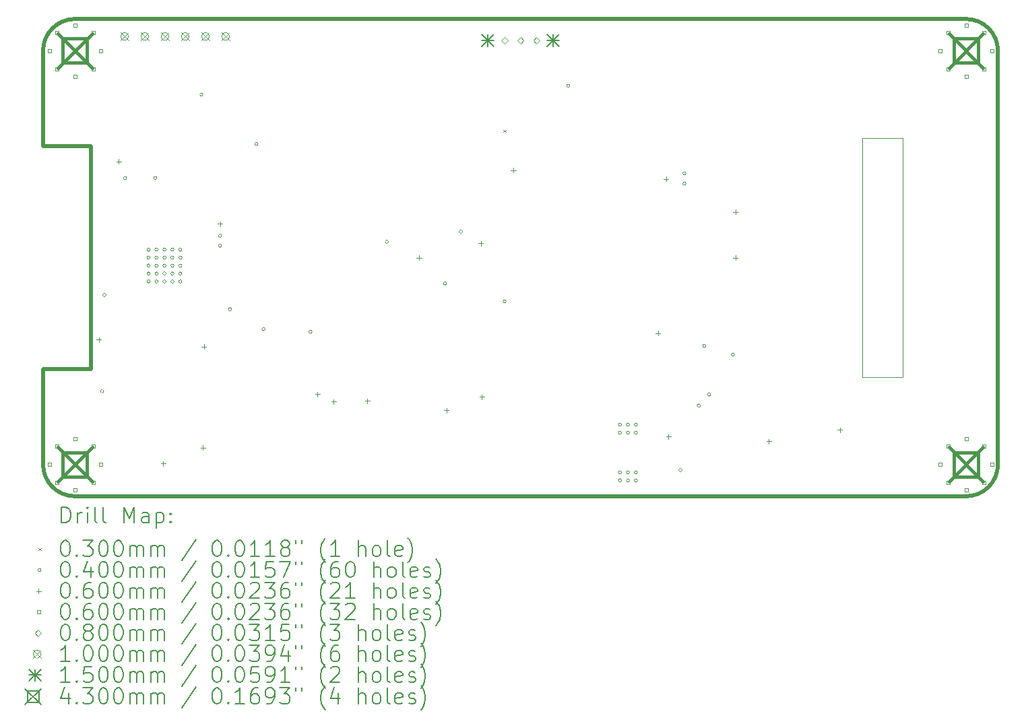
<source format=gbr>
%FSLAX45Y45*%
G04 Gerber Fmt 4.5, Leading zero omitted, Abs format (unit mm)*
G04 Created by KiCad (PCBNEW (6.0.0)) date 2022-01-01 11:54:27*
%MOMM*%
%LPD*%
G01*
G04 APERTURE LIST*
%TA.AperFunction,Profile*%
%ADD10C,0.500000*%
%TD*%
%TA.AperFunction,Profile*%
%ADD11C,0.100000*%
%TD*%
%ADD12C,0.200000*%
%ADD13C,0.030000*%
%ADD14C,0.040000*%
%ADD15C,0.060000*%
%ADD16C,0.080000*%
%ADD17C,0.100000*%
%ADD18C,0.150000*%
%ADD19C,0.430000*%
G04 APERTURE END LIST*
D10*
X20100000Y-15500000D02*
X8900000Y-15500000D01*
X8500000Y-11100000D02*
X8500000Y-9900000D01*
X8500000Y-13900000D02*
X8500000Y-15100000D01*
D11*
X18800000Y-14000000D02*
X18800000Y-11000000D01*
D10*
X8500000Y-15100000D02*
G75*
G03*
X8900000Y-15500000I400000J0D01*
G01*
X8900000Y-9500000D02*
X20100000Y-9500000D01*
D11*
X18800000Y-14000000D02*
X19300000Y-14000000D01*
D10*
X8500000Y-11100000D02*
X9100000Y-11100000D01*
X20500000Y-9900000D02*
G75*
G03*
X20100000Y-9500000I-400000J0D01*
G01*
X8900000Y-9500000D02*
G75*
G03*
X8500000Y-9900000I0J-400000D01*
G01*
X20500000Y-9900000D02*
X20500000Y-15100000D01*
D11*
X19300000Y-11000000D02*
X19300000Y-14000000D01*
D10*
X9100000Y-13900000D02*
X8500000Y-13900000D01*
X20100000Y-15500000D02*
G75*
G03*
X20500000Y-15100000I0J400000D01*
G01*
D11*
X18800000Y-11000000D02*
X19300000Y-11000000D01*
D10*
X9100000Y-11100000D02*
X9100000Y-13900000D01*
D12*
D13*
X14285000Y-10892306D02*
X14315000Y-10922306D01*
X14315000Y-10892306D02*
X14285000Y-10922306D01*
D14*
X9260000Y-14180000D02*
G75*
G03*
X9260000Y-14180000I-20000J0D01*
G01*
X9290000Y-12970000D02*
G75*
G03*
X9290000Y-12970000I-20000J0D01*
G01*
X9550000Y-11500000D02*
G75*
G03*
X9550000Y-11500000I-20000J0D01*
G01*
X9845000Y-12400000D02*
G75*
G03*
X9845000Y-12400000I-20000J0D01*
G01*
X9845000Y-12500000D02*
G75*
G03*
X9845000Y-12500000I-20000J0D01*
G01*
X9845000Y-12600000D02*
G75*
G03*
X9845000Y-12600000I-20000J0D01*
G01*
X9845000Y-12700000D02*
G75*
G03*
X9845000Y-12700000I-20000J0D01*
G01*
X9845000Y-12800000D02*
G75*
G03*
X9845000Y-12800000I-20000J0D01*
G01*
X9930000Y-11500000D02*
G75*
G03*
X9930000Y-11500000I-20000J0D01*
G01*
X9945000Y-12400000D02*
G75*
G03*
X9945000Y-12400000I-20000J0D01*
G01*
X9945000Y-12500000D02*
G75*
G03*
X9945000Y-12500000I-20000J0D01*
G01*
X9945000Y-12600000D02*
G75*
G03*
X9945000Y-12600000I-20000J0D01*
G01*
X9945000Y-12700000D02*
G75*
G03*
X9945000Y-12700000I-20000J0D01*
G01*
X9945000Y-12800000D02*
G75*
G03*
X9945000Y-12800000I-20000J0D01*
G01*
X10045000Y-12400000D02*
G75*
G03*
X10045000Y-12400000I-20000J0D01*
G01*
X10045000Y-12500000D02*
G75*
G03*
X10045000Y-12500000I-20000J0D01*
G01*
X10045000Y-12600000D02*
G75*
G03*
X10045000Y-12600000I-20000J0D01*
G01*
X10045000Y-12700000D02*
G75*
G03*
X10045000Y-12700000I-20000J0D01*
G01*
X10045000Y-12800000D02*
G75*
G03*
X10045000Y-12800000I-20000J0D01*
G01*
X10145000Y-12400000D02*
G75*
G03*
X10145000Y-12400000I-20000J0D01*
G01*
X10145000Y-12500000D02*
G75*
G03*
X10145000Y-12500000I-20000J0D01*
G01*
X10145000Y-12600000D02*
G75*
G03*
X10145000Y-12600000I-20000J0D01*
G01*
X10145000Y-12700000D02*
G75*
G03*
X10145000Y-12700000I-20000J0D01*
G01*
X10145000Y-12800000D02*
G75*
G03*
X10145000Y-12800000I-20000J0D01*
G01*
X10245000Y-12400000D02*
G75*
G03*
X10245000Y-12400000I-20000J0D01*
G01*
X10245000Y-12500000D02*
G75*
G03*
X10245000Y-12500000I-20000J0D01*
G01*
X10245000Y-12600000D02*
G75*
G03*
X10245000Y-12600000I-20000J0D01*
G01*
X10245000Y-12700000D02*
G75*
G03*
X10245000Y-12700000I-20000J0D01*
G01*
X10245000Y-12800000D02*
G75*
G03*
X10245000Y-12800000I-20000J0D01*
G01*
X10510000Y-10450000D02*
G75*
G03*
X10510000Y-10450000I-20000J0D01*
G01*
X10745000Y-12225000D02*
G75*
G03*
X10745000Y-12225000I-20000J0D01*
G01*
X10745000Y-12350000D02*
G75*
G03*
X10745000Y-12350000I-20000J0D01*
G01*
X10870000Y-13150000D02*
G75*
G03*
X10870000Y-13150000I-20000J0D01*
G01*
X11200000Y-11070000D02*
G75*
G03*
X11200000Y-11070000I-20000J0D01*
G01*
X11290000Y-13400000D02*
G75*
G03*
X11290000Y-13400000I-20000J0D01*
G01*
X11880000Y-13430000D02*
G75*
G03*
X11880000Y-13430000I-20000J0D01*
G01*
X12840000Y-12300000D02*
G75*
G03*
X12840000Y-12300000I-20000J0D01*
G01*
X13570000Y-12825000D02*
G75*
G03*
X13570000Y-12825000I-20000J0D01*
G01*
X13770000Y-12175000D02*
G75*
G03*
X13770000Y-12175000I-20000J0D01*
G01*
X14320000Y-13050000D02*
G75*
G03*
X14320000Y-13050000I-20000J0D01*
G01*
X15120000Y-10340000D02*
G75*
G03*
X15120000Y-10340000I-20000J0D01*
G01*
X15770000Y-14600000D02*
G75*
G03*
X15770000Y-14600000I-20000J0D01*
G01*
X15770000Y-14700000D02*
G75*
G03*
X15770000Y-14700000I-20000J0D01*
G01*
X15770000Y-15200000D02*
G75*
G03*
X15770000Y-15200000I-20000J0D01*
G01*
X15770000Y-15300000D02*
G75*
G03*
X15770000Y-15300000I-20000J0D01*
G01*
X15870000Y-14600000D02*
G75*
G03*
X15870000Y-14600000I-20000J0D01*
G01*
X15870000Y-14700000D02*
G75*
G03*
X15870000Y-14700000I-20000J0D01*
G01*
X15870000Y-15200000D02*
G75*
G03*
X15870000Y-15200000I-20000J0D01*
G01*
X15870000Y-15300000D02*
G75*
G03*
X15870000Y-15300000I-20000J0D01*
G01*
X15970000Y-14600000D02*
G75*
G03*
X15970000Y-14600000I-20000J0D01*
G01*
X15970000Y-14700000D02*
G75*
G03*
X15970000Y-14700000I-20000J0D01*
G01*
X15970000Y-15200000D02*
G75*
G03*
X15970000Y-15200000I-20000J0D01*
G01*
X15970000Y-15300000D02*
G75*
G03*
X15970000Y-15300000I-20000J0D01*
G01*
X16530000Y-15170000D02*
G75*
G03*
X16530000Y-15170000I-20000J0D01*
G01*
X16580000Y-11440000D02*
G75*
G03*
X16580000Y-11440000I-20000J0D01*
G01*
X16580000Y-11570000D02*
G75*
G03*
X16580000Y-11570000I-20000J0D01*
G01*
X16760000Y-14360000D02*
G75*
G03*
X16760000Y-14360000I-20000J0D01*
G01*
X16830000Y-13610000D02*
G75*
G03*
X16830000Y-13610000I-20000J0D01*
G01*
X16890000Y-14220000D02*
G75*
G03*
X16890000Y-14220000I-20000J0D01*
G01*
X17190000Y-13720000D02*
G75*
G03*
X17190000Y-13720000I-20000J0D01*
G01*
D15*
X9200000Y-13500000D02*
X9200000Y-13560000D01*
X9170000Y-13530000D02*
X9230000Y-13530000D01*
X9450000Y-11260000D02*
X9450000Y-11320000D01*
X9420000Y-11290000D02*
X9480000Y-11290000D01*
X10010000Y-15060000D02*
X10010000Y-15120000D01*
X9980000Y-15090000D02*
X10040000Y-15090000D01*
X10510000Y-14860000D02*
X10510000Y-14920000D01*
X10480000Y-14890000D02*
X10540000Y-14890000D01*
X10520000Y-13590000D02*
X10520000Y-13650000D01*
X10490000Y-13620000D02*
X10550000Y-13620000D01*
X10725000Y-12045000D02*
X10725000Y-12105000D01*
X10695000Y-12075000D02*
X10755000Y-12075000D01*
X11950000Y-14187499D02*
X11950000Y-14247499D01*
X11920000Y-14217499D02*
X11980000Y-14217499D01*
X12150000Y-14279949D02*
X12150000Y-14339949D01*
X12120000Y-14309949D02*
X12180000Y-14309949D01*
X12575000Y-14270000D02*
X12575000Y-14330000D01*
X12545000Y-14300000D02*
X12605000Y-14300000D01*
X13225000Y-12470000D02*
X13225000Y-12530000D01*
X13195000Y-12500000D02*
X13255000Y-12500000D01*
X13570000Y-14390000D02*
X13570000Y-14450000D01*
X13540000Y-14420000D02*
X13600000Y-14420000D01*
X14000000Y-12290000D02*
X14000000Y-12350000D01*
X13970000Y-12320000D02*
X14030000Y-12320000D01*
X14012700Y-14220000D02*
X14012700Y-14280000D01*
X13982700Y-14250000D02*
X14042700Y-14250000D01*
X14410000Y-11370000D02*
X14410000Y-11430000D01*
X14380000Y-11400000D02*
X14440000Y-11400000D01*
X16230000Y-13420000D02*
X16230000Y-13480000D01*
X16200000Y-13450000D02*
X16260000Y-13450000D01*
X16330000Y-11480000D02*
X16330000Y-11540000D01*
X16300000Y-11510000D02*
X16360000Y-11510000D01*
X16360000Y-14720000D02*
X16360000Y-14780000D01*
X16330000Y-14750000D02*
X16390000Y-14750000D01*
X17200000Y-11895000D02*
X17200000Y-11955000D01*
X17170000Y-11925000D02*
X17230000Y-11925000D01*
X17200000Y-12470000D02*
X17200000Y-12530000D01*
X17170000Y-12500000D02*
X17230000Y-12500000D01*
X17620000Y-14780000D02*
X17620000Y-14840000D01*
X17590000Y-14810000D02*
X17650000Y-14810000D01*
X18515000Y-14637000D02*
X18515000Y-14697000D01*
X18485000Y-14667000D02*
X18545000Y-14667000D01*
X8598713Y-9921213D02*
X8598713Y-9878787D01*
X8556287Y-9878787D01*
X8556287Y-9921213D01*
X8598713Y-9921213D01*
X8598713Y-15121213D02*
X8598713Y-15078787D01*
X8556287Y-15078787D01*
X8556287Y-15121213D01*
X8598713Y-15121213D01*
X8693172Y-9693172D02*
X8693172Y-9650745D01*
X8650745Y-9650745D01*
X8650745Y-9693172D01*
X8693172Y-9693172D01*
X8693172Y-10149255D02*
X8693172Y-10106829D01*
X8650745Y-10106829D01*
X8650745Y-10149255D01*
X8693172Y-10149255D01*
X8693172Y-14893171D02*
X8693172Y-14850745D01*
X8650745Y-14850745D01*
X8650745Y-14893171D01*
X8693172Y-14893171D01*
X8693172Y-15349255D02*
X8693172Y-15306828D01*
X8650745Y-15306828D01*
X8650745Y-15349255D01*
X8693172Y-15349255D01*
X8921213Y-9598713D02*
X8921213Y-9556287D01*
X8878787Y-9556287D01*
X8878787Y-9598713D01*
X8921213Y-9598713D01*
X8921213Y-10243713D02*
X8921213Y-10201287D01*
X8878787Y-10201287D01*
X8878787Y-10243713D01*
X8921213Y-10243713D01*
X8921213Y-14798713D02*
X8921213Y-14756287D01*
X8878787Y-14756287D01*
X8878787Y-14798713D01*
X8921213Y-14798713D01*
X8921213Y-15443713D02*
X8921213Y-15401287D01*
X8878787Y-15401287D01*
X8878787Y-15443713D01*
X8921213Y-15443713D01*
X9149255Y-9693172D02*
X9149255Y-9650745D01*
X9106829Y-9650745D01*
X9106829Y-9693172D01*
X9149255Y-9693172D01*
X9149255Y-10149255D02*
X9149255Y-10106829D01*
X9106829Y-10106829D01*
X9106829Y-10149255D01*
X9149255Y-10149255D01*
X9149255Y-14893171D02*
X9149255Y-14850745D01*
X9106829Y-14850745D01*
X9106829Y-14893171D01*
X9149255Y-14893171D01*
X9149255Y-15349255D02*
X9149255Y-15306828D01*
X9106829Y-15306828D01*
X9106829Y-15349255D01*
X9149255Y-15349255D01*
X9243713Y-9921213D02*
X9243713Y-9878787D01*
X9201287Y-9878787D01*
X9201287Y-9921213D01*
X9243713Y-9921213D01*
X9243713Y-15121213D02*
X9243713Y-15078787D01*
X9201287Y-15078787D01*
X9201287Y-15121213D01*
X9243713Y-15121213D01*
X19798713Y-9921213D02*
X19798713Y-9878787D01*
X19756287Y-9878787D01*
X19756287Y-9921213D01*
X19798713Y-9921213D01*
X19798713Y-15121213D02*
X19798713Y-15078787D01*
X19756287Y-15078787D01*
X19756287Y-15121213D01*
X19798713Y-15121213D01*
X19893172Y-9693172D02*
X19893172Y-9650745D01*
X19850745Y-9650745D01*
X19850745Y-9693172D01*
X19893172Y-9693172D01*
X19893172Y-10149255D02*
X19893172Y-10106829D01*
X19850745Y-10106829D01*
X19850745Y-10149255D01*
X19893172Y-10149255D01*
X19893172Y-14893171D02*
X19893172Y-14850745D01*
X19850745Y-14850745D01*
X19850745Y-14893171D01*
X19893172Y-14893171D01*
X19893172Y-15349255D02*
X19893172Y-15306828D01*
X19850745Y-15306828D01*
X19850745Y-15349255D01*
X19893172Y-15349255D01*
X20121213Y-9598713D02*
X20121213Y-9556287D01*
X20078787Y-9556287D01*
X20078787Y-9598713D01*
X20121213Y-9598713D01*
X20121213Y-10243713D02*
X20121213Y-10201287D01*
X20078787Y-10201287D01*
X20078787Y-10243713D01*
X20121213Y-10243713D01*
X20121213Y-14798713D02*
X20121213Y-14756287D01*
X20078787Y-14756287D01*
X20078787Y-14798713D01*
X20121213Y-14798713D01*
X20121213Y-15443713D02*
X20121213Y-15401287D01*
X20078787Y-15401287D01*
X20078787Y-15443713D01*
X20121213Y-15443713D01*
X20349255Y-9693172D02*
X20349255Y-9650745D01*
X20306829Y-9650745D01*
X20306829Y-9693172D01*
X20349255Y-9693172D01*
X20349255Y-10149255D02*
X20349255Y-10106829D01*
X20306829Y-10106829D01*
X20306829Y-10149255D01*
X20349255Y-10149255D01*
X20349255Y-14893171D02*
X20349255Y-14850745D01*
X20306829Y-14850745D01*
X20306829Y-14893171D01*
X20349255Y-14893171D01*
X20349255Y-15349255D02*
X20349255Y-15306828D01*
X20306829Y-15306828D01*
X20306829Y-15349255D01*
X20349255Y-15349255D01*
X20443713Y-9921213D02*
X20443713Y-9878787D01*
X20401287Y-9878787D01*
X20401287Y-9921213D01*
X20443713Y-9921213D01*
X20443713Y-15121213D02*
X20443713Y-15078787D01*
X20401287Y-15078787D01*
X20401287Y-15121213D01*
X20443713Y-15121213D01*
D16*
X14300000Y-9810250D02*
X14340000Y-9770250D01*
X14300000Y-9730250D01*
X14260000Y-9770250D01*
X14300000Y-9810250D01*
X14500000Y-9810250D02*
X14540000Y-9770250D01*
X14500000Y-9730250D01*
X14460000Y-9770250D01*
X14500000Y-9810250D01*
X14700000Y-9810250D02*
X14740000Y-9770250D01*
X14700000Y-9730250D01*
X14660000Y-9770250D01*
X14700000Y-9810250D01*
D17*
X9475000Y-9670000D02*
X9575000Y-9770000D01*
X9575000Y-9670000D02*
X9475000Y-9770000D01*
X9575000Y-9720000D02*
G75*
G03*
X9575000Y-9720000I-50000J0D01*
G01*
X9729000Y-9670000D02*
X9829000Y-9770000D01*
X9829000Y-9670000D02*
X9729000Y-9770000D01*
X9829000Y-9720000D02*
G75*
G03*
X9829000Y-9720000I-50000J0D01*
G01*
X9983000Y-9670000D02*
X10083000Y-9770000D01*
X10083000Y-9670000D02*
X9983000Y-9770000D01*
X10083000Y-9720000D02*
G75*
G03*
X10083000Y-9720000I-50000J0D01*
G01*
X10237000Y-9670000D02*
X10337000Y-9770000D01*
X10337000Y-9670000D02*
X10237000Y-9770000D01*
X10337000Y-9720000D02*
G75*
G03*
X10337000Y-9720000I-50000J0D01*
G01*
X10491000Y-9670000D02*
X10591000Y-9770000D01*
X10591000Y-9670000D02*
X10491000Y-9770000D01*
X10591000Y-9720000D02*
G75*
G03*
X10591000Y-9720000I-50000J0D01*
G01*
X10745000Y-9670000D02*
X10845000Y-9770000D01*
X10845000Y-9670000D02*
X10745000Y-9770000D01*
X10845000Y-9720000D02*
G75*
G03*
X10845000Y-9720000I-50000J0D01*
G01*
D18*
X14015000Y-9695250D02*
X14165000Y-9845250D01*
X14165000Y-9695250D02*
X14015000Y-9845250D01*
X14090000Y-9695250D02*
X14090000Y-9845250D01*
X14015000Y-9770250D02*
X14165000Y-9770250D01*
X14835000Y-9695250D02*
X14985000Y-9845250D01*
X14985000Y-9695250D02*
X14835000Y-9845250D01*
X14910000Y-9695250D02*
X14910000Y-9845250D01*
X14835000Y-9770250D02*
X14985000Y-9770250D01*
D19*
X8685000Y-9685000D02*
X9115000Y-10115000D01*
X9115000Y-9685000D02*
X8685000Y-10115000D01*
X9052029Y-10052029D02*
X9052029Y-9747971D01*
X8747971Y-9747971D01*
X8747971Y-10052029D01*
X9052029Y-10052029D01*
X8685000Y-14885000D02*
X9115000Y-15315000D01*
X9115000Y-14885000D02*
X8685000Y-15315000D01*
X9052029Y-15252029D02*
X9052029Y-14947971D01*
X8747971Y-14947971D01*
X8747971Y-15252029D01*
X9052029Y-15252029D01*
X19885000Y-9685000D02*
X20315000Y-10115000D01*
X20315000Y-9685000D02*
X19885000Y-10115000D01*
X20252029Y-10052029D02*
X20252029Y-9747971D01*
X19947971Y-9747971D01*
X19947971Y-10052029D01*
X20252029Y-10052029D01*
X19885000Y-14885000D02*
X20315000Y-15315000D01*
X20315000Y-14885000D02*
X19885000Y-15315000D01*
X20252029Y-15252029D02*
X20252029Y-14947971D01*
X19947971Y-14947971D01*
X19947971Y-15252029D01*
X20252029Y-15252029D01*
D12*
X8732619Y-15835476D02*
X8732619Y-15635476D01*
X8780238Y-15635476D01*
X8808810Y-15645000D01*
X8827857Y-15664048D01*
X8837381Y-15683095D01*
X8846905Y-15721190D01*
X8846905Y-15749762D01*
X8837381Y-15787857D01*
X8827857Y-15806905D01*
X8808810Y-15825952D01*
X8780238Y-15835476D01*
X8732619Y-15835476D01*
X8932619Y-15835476D02*
X8932619Y-15702143D01*
X8932619Y-15740238D02*
X8942143Y-15721190D01*
X8951667Y-15711667D01*
X8970714Y-15702143D01*
X8989762Y-15702143D01*
X9056429Y-15835476D02*
X9056429Y-15702143D01*
X9056429Y-15635476D02*
X9046905Y-15645000D01*
X9056429Y-15654524D01*
X9065952Y-15645000D01*
X9056429Y-15635476D01*
X9056429Y-15654524D01*
X9180238Y-15835476D02*
X9161190Y-15825952D01*
X9151667Y-15806905D01*
X9151667Y-15635476D01*
X9285000Y-15835476D02*
X9265952Y-15825952D01*
X9256429Y-15806905D01*
X9256429Y-15635476D01*
X9513571Y-15835476D02*
X9513571Y-15635476D01*
X9580238Y-15778333D01*
X9646905Y-15635476D01*
X9646905Y-15835476D01*
X9827857Y-15835476D02*
X9827857Y-15730714D01*
X9818333Y-15711667D01*
X9799286Y-15702143D01*
X9761190Y-15702143D01*
X9742143Y-15711667D01*
X9827857Y-15825952D02*
X9808810Y-15835476D01*
X9761190Y-15835476D01*
X9742143Y-15825952D01*
X9732619Y-15806905D01*
X9732619Y-15787857D01*
X9742143Y-15768809D01*
X9761190Y-15759286D01*
X9808810Y-15759286D01*
X9827857Y-15749762D01*
X9923095Y-15702143D02*
X9923095Y-15902143D01*
X9923095Y-15711667D02*
X9942143Y-15702143D01*
X9980238Y-15702143D01*
X9999286Y-15711667D01*
X10008810Y-15721190D01*
X10018333Y-15740238D01*
X10018333Y-15797381D01*
X10008810Y-15816428D01*
X9999286Y-15825952D01*
X9980238Y-15835476D01*
X9942143Y-15835476D01*
X9923095Y-15825952D01*
X10104048Y-15816428D02*
X10113571Y-15825952D01*
X10104048Y-15835476D01*
X10094524Y-15825952D01*
X10104048Y-15816428D01*
X10104048Y-15835476D01*
X10104048Y-15711667D02*
X10113571Y-15721190D01*
X10104048Y-15730714D01*
X10094524Y-15721190D01*
X10104048Y-15711667D01*
X10104048Y-15730714D01*
D13*
X8445000Y-16150000D02*
X8475000Y-16180000D01*
X8475000Y-16150000D02*
X8445000Y-16180000D01*
D12*
X8770714Y-16055476D02*
X8789762Y-16055476D01*
X8808810Y-16065000D01*
X8818333Y-16074524D01*
X8827857Y-16093571D01*
X8837381Y-16131667D01*
X8837381Y-16179286D01*
X8827857Y-16217381D01*
X8818333Y-16236428D01*
X8808810Y-16245952D01*
X8789762Y-16255476D01*
X8770714Y-16255476D01*
X8751667Y-16245952D01*
X8742143Y-16236428D01*
X8732619Y-16217381D01*
X8723095Y-16179286D01*
X8723095Y-16131667D01*
X8732619Y-16093571D01*
X8742143Y-16074524D01*
X8751667Y-16065000D01*
X8770714Y-16055476D01*
X8923095Y-16236428D02*
X8932619Y-16245952D01*
X8923095Y-16255476D01*
X8913571Y-16245952D01*
X8923095Y-16236428D01*
X8923095Y-16255476D01*
X8999286Y-16055476D02*
X9123095Y-16055476D01*
X9056429Y-16131667D01*
X9085000Y-16131667D01*
X9104048Y-16141190D01*
X9113571Y-16150714D01*
X9123095Y-16169762D01*
X9123095Y-16217381D01*
X9113571Y-16236428D01*
X9104048Y-16245952D01*
X9085000Y-16255476D01*
X9027857Y-16255476D01*
X9008810Y-16245952D01*
X8999286Y-16236428D01*
X9246905Y-16055476D02*
X9265952Y-16055476D01*
X9285000Y-16065000D01*
X9294524Y-16074524D01*
X9304048Y-16093571D01*
X9313571Y-16131667D01*
X9313571Y-16179286D01*
X9304048Y-16217381D01*
X9294524Y-16236428D01*
X9285000Y-16245952D01*
X9265952Y-16255476D01*
X9246905Y-16255476D01*
X9227857Y-16245952D01*
X9218333Y-16236428D01*
X9208810Y-16217381D01*
X9199286Y-16179286D01*
X9199286Y-16131667D01*
X9208810Y-16093571D01*
X9218333Y-16074524D01*
X9227857Y-16065000D01*
X9246905Y-16055476D01*
X9437381Y-16055476D02*
X9456429Y-16055476D01*
X9475476Y-16065000D01*
X9485000Y-16074524D01*
X9494524Y-16093571D01*
X9504048Y-16131667D01*
X9504048Y-16179286D01*
X9494524Y-16217381D01*
X9485000Y-16236428D01*
X9475476Y-16245952D01*
X9456429Y-16255476D01*
X9437381Y-16255476D01*
X9418333Y-16245952D01*
X9408810Y-16236428D01*
X9399286Y-16217381D01*
X9389762Y-16179286D01*
X9389762Y-16131667D01*
X9399286Y-16093571D01*
X9408810Y-16074524D01*
X9418333Y-16065000D01*
X9437381Y-16055476D01*
X9589762Y-16255476D02*
X9589762Y-16122143D01*
X9589762Y-16141190D02*
X9599286Y-16131667D01*
X9618333Y-16122143D01*
X9646905Y-16122143D01*
X9665952Y-16131667D01*
X9675476Y-16150714D01*
X9675476Y-16255476D01*
X9675476Y-16150714D02*
X9685000Y-16131667D01*
X9704048Y-16122143D01*
X9732619Y-16122143D01*
X9751667Y-16131667D01*
X9761190Y-16150714D01*
X9761190Y-16255476D01*
X9856429Y-16255476D02*
X9856429Y-16122143D01*
X9856429Y-16141190D02*
X9865952Y-16131667D01*
X9885000Y-16122143D01*
X9913571Y-16122143D01*
X9932619Y-16131667D01*
X9942143Y-16150714D01*
X9942143Y-16255476D01*
X9942143Y-16150714D02*
X9951667Y-16131667D01*
X9970714Y-16122143D01*
X9999286Y-16122143D01*
X10018333Y-16131667D01*
X10027857Y-16150714D01*
X10027857Y-16255476D01*
X10418333Y-16045952D02*
X10246905Y-16303095D01*
X10675476Y-16055476D02*
X10694524Y-16055476D01*
X10713571Y-16065000D01*
X10723095Y-16074524D01*
X10732619Y-16093571D01*
X10742143Y-16131667D01*
X10742143Y-16179286D01*
X10732619Y-16217381D01*
X10723095Y-16236428D01*
X10713571Y-16245952D01*
X10694524Y-16255476D01*
X10675476Y-16255476D01*
X10656429Y-16245952D01*
X10646905Y-16236428D01*
X10637381Y-16217381D01*
X10627857Y-16179286D01*
X10627857Y-16131667D01*
X10637381Y-16093571D01*
X10646905Y-16074524D01*
X10656429Y-16065000D01*
X10675476Y-16055476D01*
X10827857Y-16236428D02*
X10837381Y-16245952D01*
X10827857Y-16255476D01*
X10818333Y-16245952D01*
X10827857Y-16236428D01*
X10827857Y-16255476D01*
X10961190Y-16055476D02*
X10980238Y-16055476D01*
X10999286Y-16065000D01*
X11008810Y-16074524D01*
X11018333Y-16093571D01*
X11027857Y-16131667D01*
X11027857Y-16179286D01*
X11018333Y-16217381D01*
X11008810Y-16236428D01*
X10999286Y-16245952D01*
X10980238Y-16255476D01*
X10961190Y-16255476D01*
X10942143Y-16245952D01*
X10932619Y-16236428D01*
X10923095Y-16217381D01*
X10913571Y-16179286D01*
X10913571Y-16131667D01*
X10923095Y-16093571D01*
X10932619Y-16074524D01*
X10942143Y-16065000D01*
X10961190Y-16055476D01*
X11218333Y-16255476D02*
X11104048Y-16255476D01*
X11161190Y-16255476D02*
X11161190Y-16055476D01*
X11142143Y-16084048D01*
X11123095Y-16103095D01*
X11104048Y-16112619D01*
X11408809Y-16255476D02*
X11294524Y-16255476D01*
X11351667Y-16255476D02*
X11351667Y-16055476D01*
X11332619Y-16084048D01*
X11313571Y-16103095D01*
X11294524Y-16112619D01*
X11523095Y-16141190D02*
X11504048Y-16131667D01*
X11494524Y-16122143D01*
X11485000Y-16103095D01*
X11485000Y-16093571D01*
X11494524Y-16074524D01*
X11504048Y-16065000D01*
X11523095Y-16055476D01*
X11561190Y-16055476D01*
X11580238Y-16065000D01*
X11589762Y-16074524D01*
X11599286Y-16093571D01*
X11599286Y-16103095D01*
X11589762Y-16122143D01*
X11580238Y-16131667D01*
X11561190Y-16141190D01*
X11523095Y-16141190D01*
X11504048Y-16150714D01*
X11494524Y-16160238D01*
X11485000Y-16179286D01*
X11485000Y-16217381D01*
X11494524Y-16236428D01*
X11504048Y-16245952D01*
X11523095Y-16255476D01*
X11561190Y-16255476D01*
X11580238Y-16245952D01*
X11589762Y-16236428D01*
X11599286Y-16217381D01*
X11599286Y-16179286D01*
X11589762Y-16160238D01*
X11580238Y-16150714D01*
X11561190Y-16141190D01*
X11675476Y-16055476D02*
X11675476Y-16093571D01*
X11751667Y-16055476D02*
X11751667Y-16093571D01*
X12046905Y-16331667D02*
X12037381Y-16322143D01*
X12018333Y-16293571D01*
X12008809Y-16274524D01*
X11999286Y-16245952D01*
X11989762Y-16198333D01*
X11989762Y-16160238D01*
X11999286Y-16112619D01*
X12008809Y-16084048D01*
X12018333Y-16065000D01*
X12037381Y-16036428D01*
X12046905Y-16026905D01*
X12227857Y-16255476D02*
X12113571Y-16255476D01*
X12170714Y-16255476D02*
X12170714Y-16055476D01*
X12151667Y-16084048D01*
X12132619Y-16103095D01*
X12113571Y-16112619D01*
X12465952Y-16255476D02*
X12465952Y-16055476D01*
X12551667Y-16255476D02*
X12551667Y-16150714D01*
X12542143Y-16131667D01*
X12523095Y-16122143D01*
X12494524Y-16122143D01*
X12475476Y-16131667D01*
X12465952Y-16141190D01*
X12675476Y-16255476D02*
X12656428Y-16245952D01*
X12646905Y-16236428D01*
X12637381Y-16217381D01*
X12637381Y-16160238D01*
X12646905Y-16141190D01*
X12656428Y-16131667D01*
X12675476Y-16122143D01*
X12704048Y-16122143D01*
X12723095Y-16131667D01*
X12732619Y-16141190D01*
X12742143Y-16160238D01*
X12742143Y-16217381D01*
X12732619Y-16236428D01*
X12723095Y-16245952D01*
X12704048Y-16255476D01*
X12675476Y-16255476D01*
X12856428Y-16255476D02*
X12837381Y-16245952D01*
X12827857Y-16226905D01*
X12827857Y-16055476D01*
X13008809Y-16245952D02*
X12989762Y-16255476D01*
X12951667Y-16255476D01*
X12932619Y-16245952D01*
X12923095Y-16226905D01*
X12923095Y-16150714D01*
X12932619Y-16131667D01*
X12951667Y-16122143D01*
X12989762Y-16122143D01*
X13008809Y-16131667D01*
X13018333Y-16150714D01*
X13018333Y-16169762D01*
X12923095Y-16188809D01*
X13085000Y-16331667D02*
X13094524Y-16322143D01*
X13113571Y-16293571D01*
X13123095Y-16274524D01*
X13132619Y-16245952D01*
X13142143Y-16198333D01*
X13142143Y-16160238D01*
X13132619Y-16112619D01*
X13123095Y-16084048D01*
X13113571Y-16065000D01*
X13094524Y-16036428D01*
X13085000Y-16026905D01*
D14*
X8475000Y-16429000D02*
G75*
G03*
X8475000Y-16429000I-20000J0D01*
G01*
D12*
X8770714Y-16319476D02*
X8789762Y-16319476D01*
X8808810Y-16329000D01*
X8818333Y-16338524D01*
X8827857Y-16357571D01*
X8837381Y-16395667D01*
X8837381Y-16443286D01*
X8827857Y-16481381D01*
X8818333Y-16500428D01*
X8808810Y-16509952D01*
X8789762Y-16519476D01*
X8770714Y-16519476D01*
X8751667Y-16509952D01*
X8742143Y-16500428D01*
X8732619Y-16481381D01*
X8723095Y-16443286D01*
X8723095Y-16395667D01*
X8732619Y-16357571D01*
X8742143Y-16338524D01*
X8751667Y-16329000D01*
X8770714Y-16319476D01*
X8923095Y-16500428D02*
X8932619Y-16509952D01*
X8923095Y-16519476D01*
X8913571Y-16509952D01*
X8923095Y-16500428D01*
X8923095Y-16519476D01*
X9104048Y-16386143D02*
X9104048Y-16519476D01*
X9056429Y-16309952D02*
X9008810Y-16452809D01*
X9132619Y-16452809D01*
X9246905Y-16319476D02*
X9265952Y-16319476D01*
X9285000Y-16329000D01*
X9294524Y-16338524D01*
X9304048Y-16357571D01*
X9313571Y-16395667D01*
X9313571Y-16443286D01*
X9304048Y-16481381D01*
X9294524Y-16500428D01*
X9285000Y-16509952D01*
X9265952Y-16519476D01*
X9246905Y-16519476D01*
X9227857Y-16509952D01*
X9218333Y-16500428D01*
X9208810Y-16481381D01*
X9199286Y-16443286D01*
X9199286Y-16395667D01*
X9208810Y-16357571D01*
X9218333Y-16338524D01*
X9227857Y-16329000D01*
X9246905Y-16319476D01*
X9437381Y-16319476D02*
X9456429Y-16319476D01*
X9475476Y-16329000D01*
X9485000Y-16338524D01*
X9494524Y-16357571D01*
X9504048Y-16395667D01*
X9504048Y-16443286D01*
X9494524Y-16481381D01*
X9485000Y-16500428D01*
X9475476Y-16509952D01*
X9456429Y-16519476D01*
X9437381Y-16519476D01*
X9418333Y-16509952D01*
X9408810Y-16500428D01*
X9399286Y-16481381D01*
X9389762Y-16443286D01*
X9389762Y-16395667D01*
X9399286Y-16357571D01*
X9408810Y-16338524D01*
X9418333Y-16329000D01*
X9437381Y-16319476D01*
X9589762Y-16519476D02*
X9589762Y-16386143D01*
X9589762Y-16405190D02*
X9599286Y-16395667D01*
X9618333Y-16386143D01*
X9646905Y-16386143D01*
X9665952Y-16395667D01*
X9675476Y-16414714D01*
X9675476Y-16519476D01*
X9675476Y-16414714D02*
X9685000Y-16395667D01*
X9704048Y-16386143D01*
X9732619Y-16386143D01*
X9751667Y-16395667D01*
X9761190Y-16414714D01*
X9761190Y-16519476D01*
X9856429Y-16519476D02*
X9856429Y-16386143D01*
X9856429Y-16405190D02*
X9865952Y-16395667D01*
X9885000Y-16386143D01*
X9913571Y-16386143D01*
X9932619Y-16395667D01*
X9942143Y-16414714D01*
X9942143Y-16519476D01*
X9942143Y-16414714D02*
X9951667Y-16395667D01*
X9970714Y-16386143D01*
X9999286Y-16386143D01*
X10018333Y-16395667D01*
X10027857Y-16414714D01*
X10027857Y-16519476D01*
X10418333Y-16309952D02*
X10246905Y-16567095D01*
X10675476Y-16319476D02*
X10694524Y-16319476D01*
X10713571Y-16329000D01*
X10723095Y-16338524D01*
X10732619Y-16357571D01*
X10742143Y-16395667D01*
X10742143Y-16443286D01*
X10732619Y-16481381D01*
X10723095Y-16500428D01*
X10713571Y-16509952D01*
X10694524Y-16519476D01*
X10675476Y-16519476D01*
X10656429Y-16509952D01*
X10646905Y-16500428D01*
X10637381Y-16481381D01*
X10627857Y-16443286D01*
X10627857Y-16395667D01*
X10637381Y-16357571D01*
X10646905Y-16338524D01*
X10656429Y-16329000D01*
X10675476Y-16319476D01*
X10827857Y-16500428D02*
X10837381Y-16509952D01*
X10827857Y-16519476D01*
X10818333Y-16509952D01*
X10827857Y-16500428D01*
X10827857Y-16519476D01*
X10961190Y-16319476D02*
X10980238Y-16319476D01*
X10999286Y-16329000D01*
X11008810Y-16338524D01*
X11018333Y-16357571D01*
X11027857Y-16395667D01*
X11027857Y-16443286D01*
X11018333Y-16481381D01*
X11008810Y-16500428D01*
X10999286Y-16509952D01*
X10980238Y-16519476D01*
X10961190Y-16519476D01*
X10942143Y-16509952D01*
X10932619Y-16500428D01*
X10923095Y-16481381D01*
X10913571Y-16443286D01*
X10913571Y-16395667D01*
X10923095Y-16357571D01*
X10932619Y-16338524D01*
X10942143Y-16329000D01*
X10961190Y-16319476D01*
X11218333Y-16519476D02*
X11104048Y-16519476D01*
X11161190Y-16519476D02*
X11161190Y-16319476D01*
X11142143Y-16348048D01*
X11123095Y-16367095D01*
X11104048Y-16376619D01*
X11399286Y-16319476D02*
X11304048Y-16319476D01*
X11294524Y-16414714D01*
X11304048Y-16405190D01*
X11323095Y-16395667D01*
X11370714Y-16395667D01*
X11389762Y-16405190D01*
X11399286Y-16414714D01*
X11408809Y-16433762D01*
X11408809Y-16481381D01*
X11399286Y-16500428D01*
X11389762Y-16509952D01*
X11370714Y-16519476D01*
X11323095Y-16519476D01*
X11304048Y-16509952D01*
X11294524Y-16500428D01*
X11475476Y-16319476D02*
X11608809Y-16319476D01*
X11523095Y-16519476D01*
X11675476Y-16319476D02*
X11675476Y-16357571D01*
X11751667Y-16319476D02*
X11751667Y-16357571D01*
X12046905Y-16595667D02*
X12037381Y-16586143D01*
X12018333Y-16557571D01*
X12008809Y-16538524D01*
X11999286Y-16509952D01*
X11989762Y-16462333D01*
X11989762Y-16424238D01*
X11999286Y-16376619D01*
X12008809Y-16348048D01*
X12018333Y-16329000D01*
X12037381Y-16300428D01*
X12046905Y-16290905D01*
X12208809Y-16319476D02*
X12170714Y-16319476D01*
X12151667Y-16329000D01*
X12142143Y-16338524D01*
X12123095Y-16367095D01*
X12113571Y-16405190D01*
X12113571Y-16481381D01*
X12123095Y-16500428D01*
X12132619Y-16509952D01*
X12151667Y-16519476D01*
X12189762Y-16519476D01*
X12208809Y-16509952D01*
X12218333Y-16500428D01*
X12227857Y-16481381D01*
X12227857Y-16433762D01*
X12218333Y-16414714D01*
X12208809Y-16405190D01*
X12189762Y-16395667D01*
X12151667Y-16395667D01*
X12132619Y-16405190D01*
X12123095Y-16414714D01*
X12113571Y-16433762D01*
X12351667Y-16319476D02*
X12370714Y-16319476D01*
X12389762Y-16329000D01*
X12399286Y-16338524D01*
X12408809Y-16357571D01*
X12418333Y-16395667D01*
X12418333Y-16443286D01*
X12408809Y-16481381D01*
X12399286Y-16500428D01*
X12389762Y-16509952D01*
X12370714Y-16519476D01*
X12351667Y-16519476D01*
X12332619Y-16509952D01*
X12323095Y-16500428D01*
X12313571Y-16481381D01*
X12304048Y-16443286D01*
X12304048Y-16395667D01*
X12313571Y-16357571D01*
X12323095Y-16338524D01*
X12332619Y-16329000D01*
X12351667Y-16319476D01*
X12656428Y-16519476D02*
X12656428Y-16319476D01*
X12742143Y-16519476D02*
X12742143Y-16414714D01*
X12732619Y-16395667D01*
X12713571Y-16386143D01*
X12685000Y-16386143D01*
X12665952Y-16395667D01*
X12656428Y-16405190D01*
X12865952Y-16519476D02*
X12846905Y-16509952D01*
X12837381Y-16500428D01*
X12827857Y-16481381D01*
X12827857Y-16424238D01*
X12837381Y-16405190D01*
X12846905Y-16395667D01*
X12865952Y-16386143D01*
X12894524Y-16386143D01*
X12913571Y-16395667D01*
X12923095Y-16405190D01*
X12932619Y-16424238D01*
X12932619Y-16481381D01*
X12923095Y-16500428D01*
X12913571Y-16509952D01*
X12894524Y-16519476D01*
X12865952Y-16519476D01*
X13046905Y-16519476D02*
X13027857Y-16509952D01*
X13018333Y-16490905D01*
X13018333Y-16319476D01*
X13199286Y-16509952D02*
X13180238Y-16519476D01*
X13142143Y-16519476D01*
X13123095Y-16509952D01*
X13113571Y-16490905D01*
X13113571Y-16414714D01*
X13123095Y-16395667D01*
X13142143Y-16386143D01*
X13180238Y-16386143D01*
X13199286Y-16395667D01*
X13208809Y-16414714D01*
X13208809Y-16433762D01*
X13113571Y-16452809D01*
X13285000Y-16509952D02*
X13304048Y-16519476D01*
X13342143Y-16519476D01*
X13361190Y-16509952D01*
X13370714Y-16490905D01*
X13370714Y-16481381D01*
X13361190Y-16462333D01*
X13342143Y-16452809D01*
X13313571Y-16452809D01*
X13294524Y-16443286D01*
X13285000Y-16424238D01*
X13285000Y-16414714D01*
X13294524Y-16395667D01*
X13313571Y-16386143D01*
X13342143Y-16386143D01*
X13361190Y-16395667D01*
X13437381Y-16595667D02*
X13446905Y-16586143D01*
X13465952Y-16557571D01*
X13475476Y-16538524D01*
X13485000Y-16509952D01*
X13494524Y-16462333D01*
X13494524Y-16424238D01*
X13485000Y-16376619D01*
X13475476Y-16348048D01*
X13465952Y-16329000D01*
X13446905Y-16300428D01*
X13437381Y-16290905D01*
D15*
X8445000Y-16663000D02*
X8445000Y-16723000D01*
X8415000Y-16693000D02*
X8475000Y-16693000D01*
D12*
X8770714Y-16583476D02*
X8789762Y-16583476D01*
X8808810Y-16593000D01*
X8818333Y-16602524D01*
X8827857Y-16621571D01*
X8837381Y-16659667D01*
X8837381Y-16707286D01*
X8827857Y-16745381D01*
X8818333Y-16764428D01*
X8808810Y-16773952D01*
X8789762Y-16783476D01*
X8770714Y-16783476D01*
X8751667Y-16773952D01*
X8742143Y-16764428D01*
X8732619Y-16745381D01*
X8723095Y-16707286D01*
X8723095Y-16659667D01*
X8732619Y-16621571D01*
X8742143Y-16602524D01*
X8751667Y-16593000D01*
X8770714Y-16583476D01*
X8923095Y-16764428D02*
X8932619Y-16773952D01*
X8923095Y-16783476D01*
X8913571Y-16773952D01*
X8923095Y-16764428D01*
X8923095Y-16783476D01*
X9104048Y-16583476D02*
X9065952Y-16583476D01*
X9046905Y-16593000D01*
X9037381Y-16602524D01*
X9018333Y-16631095D01*
X9008810Y-16669190D01*
X9008810Y-16745381D01*
X9018333Y-16764428D01*
X9027857Y-16773952D01*
X9046905Y-16783476D01*
X9085000Y-16783476D01*
X9104048Y-16773952D01*
X9113571Y-16764428D01*
X9123095Y-16745381D01*
X9123095Y-16697762D01*
X9113571Y-16678714D01*
X9104048Y-16669190D01*
X9085000Y-16659667D01*
X9046905Y-16659667D01*
X9027857Y-16669190D01*
X9018333Y-16678714D01*
X9008810Y-16697762D01*
X9246905Y-16583476D02*
X9265952Y-16583476D01*
X9285000Y-16593000D01*
X9294524Y-16602524D01*
X9304048Y-16621571D01*
X9313571Y-16659667D01*
X9313571Y-16707286D01*
X9304048Y-16745381D01*
X9294524Y-16764428D01*
X9285000Y-16773952D01*
X9265952Y-16783476D01*
X9246905Y-16783476D01*
X9227857Y-16773952D01*
X9218333Y-16764428D01*
X9208810Y-16745381D01*
X9199286Y-16707286D01*
X9199286Y-16659667D01*
X9208810Y-16621571D01*
X9218333Y-16602524D01*
X9227857Y-16593000D01*
X9246905Y-16583476D01*
X9437381Y-16583476D02*
X9456429Y-16583476D01*
X9475476Y-16593000D01*
X9485000Y-16602524D01*
X9494524Y-16621571D01*
X9504048Y-16659667D01*
X9504048Y-16707286D01*
X9494524Y-16745381D01*
X9485000Y-16764428D01*
X9475476Y-16773952D01*
X9456429Y-16783476D01*
X9437381Y-16783476D01*
X9418333Y-16773952D01*
X9408810Y-16764428D01*
X9399286Y-16745381D01*
X9389762Y-16707286D01*
X9389762Y-16659667D01*
X9399286Y-16621571D01*
X9408810Y-16602524D01*
X9418333Y-16593000D01*
X9437381Y-16583476D01*
X9589762Y-16783476D02*
X9589762Y-16650143D01*
X9589762Y-16669190D02*
X9599286Y-16659667D01*
X9618333Y-16650143D01*
X9646905Y-16650143D01*
X9665952Y-16659667D01*
X9675476Y-16678714D01*
X9675476Y-16783476D01*
X9675476Y-16678714D02*
X9685000Y-16659667D01*
X9704048Y-16650143D01*
X9732619Y-16650143D01*
X9751667Y-16659667D01*
X9761190Y-16678714D01*
X9761190Y-16783476D01*
X9856429Y-16783476D02*
X9856429Y-16650143D01*
X9856429Y-16669190D02*
X9865952Y-16659667D01*
X9885000Y-16650143D01*
X9913571Y-16650143D01*
X9932619Y-16659667D01*
X9942143Y-16678714D01*
X9942143Y-16783476D01*
X9942143Y-16678714D02*
X9951667Y-16659667D01*
X9970714Y-16650143D01*
X9999286Y-16650143D01*
X10018333Y-16659667D01*
X10027857Y-16678714D01*
X10027857Y-16783476D01*
X10418333Y-16573952D02*
X10246905Y-16831095D01*
X10675476Y-16583476D02*
X10694524Y-16583476D01*
X10713571Y-16593000D01*
X10723095Y-16602524D01*
X10732619Y-16621571D01*
X10742143Y-16659667D01*
X10742143Y-16707286D01*
X10732619Y-16745381D01*
X10723095Y-16764428D01*
X10713571Y-16773952D01*
X10694524Y-16783476D01*
X10675476Y-16783476D01*
X10656429Y-16773952D01*
X10646905Y-16764428D01*
X10637381Y-16745381D01*
X10627857Y-16707286D01*
X10627857Y-16659667D01*
X10637381Y-16621571D01*
X10646905Y-16602524D01*
X10656429Y-16593000D01*
X10675476Y-16583476D01*
X10827857Y-16764428D02*
X10837381Y-16773952D01*
X10827857Y-16783476D01*
X10818333Y-16773952D01*
X10827857Y-16764428D01*
X10827857Y-16783476D01*
X10961190Y-16583476D02*
X10980238Y-16583476D01*
X10999286Y-16593000D01*
X11008810Y-16602524D01*
X11018333Y-16621571D01*
X11027857Y-16659667D01*
X11027857Y-16707286D01*
X11018333Y-16745381D01*
X11008810Y-16764428D01*
X10999286Y-16773952D01*
X10980238Y-16783476D01*
X10961190Y-16783476D01*
X10942143Y-16773952D01*
X10932619Y-16764428D01*
X10923095Y-16745381D01*
X10913571Y-16707286D01*
X10913571Y-16659667D01*
X10923095Y-16621571D01*
X10932619Y-16602524D01*
X10942143Y-16593000D01*
X10961190Y-16583476D01*
X11104048Y-16602524D02*
X11113571Y-16593000D01*
X11132619Y-16583476D01*
X11180238Y-16583476D01*
X11199286Y-16593000D01*
X11208809Y-16602524D01*
X11218333Y-16621571D01*
X11218333Y-16640619D01*
X11208809Y-16669190D01*
X11094524Y-16783476D01*
X11218333Y-16783476D01*
X11285000Y-16583476D02*
X11408809Y-16583476D01*
X11342143Y-16659667D01*
X11370714Y-16659667D01*
X11389762Y-16669190D01*
X11399286Y-16678714D01*
X11408809Y-16697762D01*
X11408809Y-16745381D01*
X11399286Y-16764428D01*
X11389762Y-16773952D01*
X11370714Y-16783476D01*
X11313571Y-16783476D01*
X11294524Y-16773952D01*
X11285000Y-16764428D01*
X11580238Y-16583476D02*
X11542143Y-16583476D01*
X11523095Y-16593000D01*
X11513571Y-16602524D01*
X11494524Y-16631095D01*
X11485000Y-16669190D01*
X11485000Y-16745381D01*
X11494524Y-16764428D01*
X11504048Y-16773952D01*
X11523095Y-16783476D01*
X11561190Y-16783476D01*
X11580238Y-16773952D01*
X11589762Y-16764428D01*
X11599286Y-16745381D01*
X11599286Y-16697762D01*
X11589762Y-16678714D01*
X11580238Y-16669190D01*
X11561190Y-16659667D01*
X11523095Y-16659667D01*
X11504048Y-16669190D01*
X11494524Y-16678714D01*
X11485000Y-16697762D01*
X11675476Y-16583476D02*
X11675476Y-16621571D01*
X11751667Y-16583476D02*
X11751667Y-16621571D01*
X12046905Y-16859667D02*
X12037381Y-16850143D01*
X12018333Y-16821571D01*
X12008809Y-16802524D01*
X11999286Y-16773952D01*
X11989762Y-16726333D01*
X11989762Y-16688238D01*
X11999286Y-16640619D01*
X12008809Y-16612048D01*
X12018333Y-16593000D01*
X12037381Y-16564428D01*
X12046905Y-16554905D01*
X12113571Y-16602524D02*
X12123095Y-16593000D01*
X12142143Y-16583476D01*
X12189762Y-16583476D01*
X12208809Y-16593000D01*
X12218333Y-16602524D01*
X12227857Y-16621571D01*
X12227857Y-16640619D01*
X12218333Y-16669190D01*
X12104048Y-16783476D01*
X12227857Y-16783476D01*
X12418333Y-16783476D02*
X12304048Y-16783476D01*
X12361190Y-16783476D02*
X12361190Y-16583476D01*
X12342143Y-16612048D01*
X12323095Y-16631095D01*
X12304048Y-16640619D01*
X12656428Y-16783476D02*
X12656428Y-16583476D01*
X12742143Y-16783476D02*
X12742143Y-16678714D01*
X12732619Y-16659667D01*
X12713571Y-16650143D01*
X12685000Y-16650143D01*
X12665952Y-16659667D01*
X12656428Y-16669190D01*
X12865952Y-16783476D02*
X12846905Y-16773952D01*
X12837381Y-16764428D01*
X12827857Y-16745381D01*
X12827857Y-16688238D01*
X12837381Y-16669190D01*
X12846905Y-16659667D01*
X12865952Y-16650143D01*
X12894524Y-16650143D01*
X12913571Y-16659667D01*
X12923095Y-16669190D01*
X12932619Y-16688238D01*
X12932619Y-16745381D01*
X12923095Y-16764428D01*
X12913571Y-16773952D01*
X12894524Y-16783476D01*
X12865952Y-16783476D01*
X13046905Y-16783476D02*
X13027857Y-16773952D01*
X13018333Y-16754905D01*
X13018333Y-16583476D01*
X13199286Y-16773952D02*
X13180238Y-16783476D01*
X13142143Y-16783476D01*
X13123095Y-16773952D01*
X13113571Y-16754905D01*
X13113571Y-16678714D01*
X13123095Y-16659667D01*
X13142143Y-16650143D01*
X13180238Y-16650143D01*
X13199286Y-16659667D01*
X13208809Y-16678714D01*
X13208809Y-16697762D01*
X13113571Y-16716809D01*
X13285000Y-16773952D02*
X13304048Y-16783476D01*
X13342143Y-16783476D01*
X13361190Y-16773952D01*
X13370714Y-16754905D01*
X13370714Y-16745381D01*
X13361190Y-16726333D01*
X13342143Y-16716809D01*
X13313571Y-16716809D01*
X13294524Y-16707286D01*
X13285000Y-16688238D01*
X13285000Y-16678714D01*
X13294524Y-16659667D01*
X13313571Y-16650143D01*
X13342143Y-16650143D01*
X13361190Y-16659667D01*
X13437381Y-16859667D02*
X13446905Y-16850143D01*
X13465952Y-16821571D01*
X13475476Y-16802524D01*
X13485000Y-16773952D01*
X13494524Y-16726333D01*
X13494524Y-16688238D01*
X13485000Y-16640619D01*
X13475476Y-16612048D01*
X13465952Y-16593000D01*
X13446905Y-16564428D01*
X13437381Y-16554905D01*
D15*
X8466213Y-16978213D02*
X8466213Y-16935787D01*
X8423787Y-16935787D01*
X8423787Y-16978213D01*
X8466213Y-16978213D01*
D12*
X8770714Y-16847476D02*
X8789762Y-16847476D01*
X8808810Y-16857000D01*
X8818333Y-16866524D01*
X8827857Y-16885571D01*
X8837381Y-16923667D01*
X8837381Y-16971286D01*
X8827857Y-17009381D01*
X8818333Y-17028429D01*
X8808810Y-17037952D01*
X8789762Y-17047476D01*
X8770714Y-17047476D01*
X8751667Y-17037952D01*
X8742143Y-17028429D01*
X8732619Y-17009381D01*
X8723095Y-16971286D01*
X8723095Y-16923667D01*
X8732619Y-16885571D01*
X8742143Y-16866524D01*
X8751667Y-16857000D01*
X8770714Y-16847476D01*
X8923095Y-17028429D02*
X8932619Y-17037952D01*
X8923095Y-17047476D01*
X8913571Y-17037952D01*
X8923095Y-17028429D01*
X8923095Y-17047476D01*
X9104048Y-16847476D02*
X9065952Y-16847476D01*
X9046905Y-16857000D01*
X9037381Y-16866524D01*
X9018333Y-16895095D01*
X9008810Y-16933190D01*
X9008810Y-17009381D01*
X9018333Y-17028429D01*
X9027857Y-17037952D01*
X9046905Y-17047476D01*
X9085000Y-17047476D01*
X9104048Y-17037952D01*
X9113571Y-17028429D01*
X9123095Y-17009381D01*
X9123095Y-16961762D01*
X9113571Y-16942714D01*
X9104048Y-16933190D01*
X9085000Y-16923667D01*
X9046905Y-16923667D01*
X9027857Y-16933190D01*
X9018333Y-16942714D01*
X9008810Y-16961762D01*
X9246905Y-16847476D02*
X9265952Y-16847476D01*
X9285000Y-16857000D01*
X9294524Y-16866524D01*
X9304048Y-16885571D01*
X9313571Y-16923667D01*
X9313571Y-16971286D01*
X9304048Y-17009381D01*
X9294524Y-17028429D01*
X9285000Y-17037952D01*
X9265952Y-17047476D01*
X9246905Y-17047476D01*
X9227857Y-17037952D01*
X9218333Y-17028429D01*
X9208810Y-17009381D01*
X9199286Y-16971286D01*
X9199286Y-16923667D01*
X9208810Y-16885571D01*
X9218333Y-16866524D01*
X9227857Y-16857000D01*
X9246905Y-16847476D01*
X9437381Y-16847476D02*
X9456429Y-16847476D01*
X9475476Y-16857000D01*
X9485000Y-16866524D01*
X9494524Y-16885571D01*
X9504048Y-16923667D01*
X9504048Y-16971286D01*
X9494524Y-17009381D01*
X9485000Y-17028429D01*
X9475476Y-17037952D01*
X9456429Y-17047476D01*
X9437381Y-17047476D01*
X9418333Y-17037952D01*
X9408810Y-17028429D01*
X9399286Y-17009381D01*
X9389762Y-16971286D01*
X9389762Y-16923667D01*
X9399286Y-16885571D01*
X9408810Y-16866524D01*
X9418333Y-16857000D01*
X9437381Y-16847476D01*
X9589762Y-17047476D02*
X9589762Y-16914143D01*
X9589762Y-16933190D02*
X9599286Y-16923667D01*
X9618333Y-16914143D01*
X9646905Y-16914143D01*
X9665952Y-16923667D01*
X9675476Y-16942714D01*
X9675476Y-17047476D01*
X9675476Y-16942714D02*
X9685000Y-16923667D01*
X9704048Y-16914143D01*
X9732619Y-16914143D01*
X9751667Y-16923667D01*
X9761190Y-16942714D01*
X9761190Y-17047476D01*
X9856429Y-17047476D02*
X9856429Y-16914143D01*
X9856429Y-16933190D02*
X9865952Y-16923667D01*
X9885000Y-16914143D01*
X9913571Y-16914143D01*
X9932619Y-16923667D01*
X9942143Y-16942714D01*
X9942143Y-17047476D01*
X9942143Y-16942714D02*
X9951667Y-16923667D01*
X9970714Y-16914143D01*
X9999286Y-16914143D01*
X10018333Y-16923667D01*
X10027857Y-16942714D01*
X10027857Y-17047476D01*
X10418333Y-16837952D02*
X10246905Y-17095095D01*
X10675476Y-16847476D02*
X10694524Y-16847476D01*
X10713571Y-16857000D01*
X10723095Y-16866524D01*
X10732619Y-16885571D01*
X10742143Y-16923667D01*
X10742143Y-16971286D01*
X10732619Y-17009381D01*
X10723095Y-17028429D01*
X10713571Y-17037952D01*
X10694524Y-17047476D01*
X10675476Y-17047476D01*
X10656429Y-17037952D01*
X10646905Y-17028429D01*
X10637381Y-17009381D01*
X10627857Y-16971286D01*
X10627857Y-16923667D01*
X10637381Y-16885571D01*
X10646905Y-16866524D01*
X10656429Y-16857000D01*
X10675476Y-16847476D01*
X10827857Y-17028429D02*
X10837381Y-17037952D01*
X10827857Y-17047476D01*
X10818333Y-17037952D01*
X10827857Y-17028429D01*
X10827857Y-17047476D01*
X10961190Y-16847476D02*
X10980238Y-16847476D01*
X10999286Y-16857000D01*
X11008810Y-16866524D01*
X11018333Y-16885571D01*
X11027857Y-16923667D01*
X11027857Y-16971286D01*
X11018333Y-17009381D01*
X11008810Y-17028429D01*
X10999286Y-17037952D01*
X10980238Y-17047476D01*
X10961190Y-17047476D01*
X10942143Y-17037952D01*
X10932619Y-17028429D01*
X10923095Y-17009381D01*
X10913571Y-16971286D01*
X10913571Y-16923667D01*
X10923095Y-16885571D01*
X10932619Y-16866524D01*
X10942143Y-16857000D01*
X10961190Y-16847476D01*
X11104048Y-16866524D02*
X11113571Y-16857000D01*
X11132619Y-16847476D01*
X11180238Y-16847476D01*
X11199286Y-16857000D01*
X11208809Y-16866524D01*
X11218333Y-16885571D01*
X11218333Y-16904619D01*
X11208809Y-16933190D01*
X11094524Y-17047476D01*
X11218333Y-17047476D01*
X11285000Y-16847476D02*
X11408809Y-16847476D01*
X11342143Y-16923667D01*
X11370714Y-16923667D01*
X11389762Y-16933190D01*
X11399286Y-16942714D01*
X11408809Y-16961762D01*
X11408809Y-17009381D01*
X11399286Y-17028429D01*
X11389762Y-17037952D01*
X11370714Y-17047476D01*
X11313571Y-17047476D01*
X11294524Y-17037952D01*
X11285000Y-17028429D01*
X11580238Y-16847476D02*
X11542143Y-16847476D01*
X11523095Y-16857000D01*
X11513571Y-16866524D01*
X11494524Y-16895095D01*
X11485000Y-16933190D01*
X11485000Y-17009381D01*
X11494524Y-17028429D01*
X11504048Y-17037952D01*
X11523095Y-17047476D01*
X11561190Y-17047476D01*
X11580238Y-17037952D01*
X11589762Y-17028429D01*
X11599286Y-17009381D01*
X11599286Y-16961762D01*
X11589762Y-16942714D01*
X11580238Y-16933190D01*
X11561190Y-16923667D01*
X11523095Y-16923667D01*
X11504048Y-16933190D01*
X11494524Y-16942714D01*
X11485000Y-16961762D01*
X11675476Y-16847476D02*
X11675476Y-16885571D01*
X11751667Y-16847476D02*
X11751667Y-16885571D01*
X12046905Y-17123667D02*
X12037381Y-17114143D01*
X12018333Y-17085571D01*
X12008809Y-17066524D01*
X11999286Y-17037952D01*
X11989762Y-16990333D01*
X11989762Y-16952238D01*
X11999286Y-16904619D01*
X12008809Y-16876048D01*
X12018333Y-16857000D01*
X12037381Y-16828429D01*
X12046905Y-16818905D01*
X12104048Y-16847476D02*
X12227857Y-16847476D01*
X12161190Y-16923667D01*
X12189762Y-16923667D01*
X12208809Y-16933190D01*
X12218333Y-16942714D01*
X12227857Y-16961762D01*
X12227857Y-17009381D01*
X12218333Y-17028429D01*
X12208809Y-17037952D01*
X12189762Y-17047476D01*
X12132619Y-17047476D01*
X12113571Y-17037952D01*
X12104048Y-17028429D01*
X12304048Y-16866524D02*
X12313571Y-16857000D01*
X12332619Y-16847476D01*
X12380238Y-16847476D01*
X12399286Y-16857000D01*
X12408809Y-16866524D01*
X12418333Y-16885571D01*
X12418333Y-16904619D01*
X12408809Y-16933190D01*
X12294524Y-17047476D01*
X12418333Y-17047476D01*
X12656428Y-17047476D02*
X12656428Y-16847476D01*
X12742143Y-17047476D02*
X12742143Y-16942714D01*
X12732619Y-16923667D01*
X12713571Y-16914143D01*
X12685000Y-16914143D01*
X12665952Y-16923667D01*
X12656428Y-16933190D01*
X12865952Y-17047476D02*
X12846905Y-17037952D01*
X12837381Y-17028429D01*
X12827857Y-17009381D01*
X12827857Y-16952238D01*
X12837381Y-16933190D01*
X12846905Y-16923667D01*
X12865952Y-16914143D01*
X12894524Y-16914143D01*
X12913571Y-16923667D01*
X12923095Y-16933190D01*
X12932619Y-16952238D01*
X12932619Y-17009381D01*
X12923095Y-17028429D01*
X12913571Y-17037952D01*
X12894524Y-17047476D01*
X12865952Y-17047476D01*
X13046905Y-17047476D02*
X13027857Y-17037952D01*
X13018333Y-17018905D01*
X13018333Y-16847476D01*
X13199286Y-17037952D02*
X13180238Y-17047476D01*
X13142143Y-17047476D01*
X13123095Y-17037952D01*
X13113571Y-17018905D01*
X13113571Y-16942714D01*
X13123095Y-16923667D01*
X13142143Y-16914143D01*
X13180238Y-16914143D01*
X13199286Y-16923667D01*
X13208809Y-16942714D01*
X13208809Y-16961762D01*
X13113571Y-16980810D01*
X13285000Y-17037952D02*
X13304048Y-17047476D01*
X13342143Y-17047476D01*
X13361190Y-17037952D01*
X13370714Y-17018905D01*
X13370714Y-17009381D01*
X13361190Y-16990333D01*
X13342143Y-16980810D01*
X13313571Y-16980810D01*
X13294524Y-16971286D01*
X13285000Y-16952238D01*
X13285000Y-16942714D01*
X13294524Y-16923667D01*
X13313571Y-16914143D01*
X13342143Y-16914143D01*
X13361190Y-16923667D01*
X13437381Y-17123667D02*
X13446905Y-17114143D01*
X13465952Y-17085571D01*
X13475476Y-17066524D01*
X13485000Y-17037952D01*
X13494524Y-16990333D01*
X13494524Y-16952238D01*
X13485000Y-16904619D01*
X13475476Y-16876048D01*
X13465952Y-16857000D01*
X13446905Y-16828429D01*
X13437381Y-16818905D01*
D16*
X8435000Y-17261000D02*
X8475000Y-17221000D01*
X8435000Y-17181000D01*
X8395000Y-17221000D01*
X8435000Y-17261000D01*
D12*
X8770714Y-17111476D02*
X8789762Y-17111476D01*
X8808810Y-17121000D01*
X8818333Y-17130524D01*
X8827857Y-17149571D01*
X8837381Y-17187667D01*
X8837381Y-17235286D01*
X8827857Y-17273381D01*
X8818333Y-17292429D01*
X8808810Y-17301952D01*
X8789762Y-17311476D01*
X8770714Y-17311476D01*
X8751667Y-17301952D01*
X8742143Y-17292429D01*
X8732619Y-17273381D01*
X8723095Y-17235286D01*
X8723095Y-17187667D01*
X8732619Y-17149571D01*
X8742143Y-17130524D01*
X8751667Y-17121000D01*
X8770714Y-17111476D01*
X8923095Y-17292429D02*
X8932619Y-17301952D01*
X8923095Y-17311476D01*
X8913571Y-17301952D01*
X8923095Y-17292429D01*
X8923095Y-17311476D01*
X9046905Y-17197190D02*
X9027857Y-17187667D01*
X9018333Y-17178143D01*
X9008810Y-17159095D01*
X9008810Y-17149571D01*
X9018333Y-17130524D01*
X9027857Y-17121000D01*
X9046905Y-17111476D01*
X9085000Y-17111476D01*
X9104048Y-17121000D01*
X9113571Y-17130524D01*
X9123095Y-17149571D01*
X9123095Y-17159095D01*
X9113571Y-17178143D01*
X9104048Y-17187667D01*
X9085000Y-17197190D01*
X9046905Y-17197190D01*
X9027857Y-17206714D01*
X9018333Y-17216238D01*
X9008810Y-17235286D01*
X9008810Y-17273381D01*
X9018333Y-17292429D01*
X9027857Y-17301952D01*
X9046905Y-17311476D01*
X9085000Y-17311476D01*
X9104048Y-17301952D01*
X9113571Y-17292429D01*
X9123095Y-17273381D01*
X9123095Y-17235286D01*
X9113571Y-17216238D01*
X9104048Y-17206714D01*
X9085000Y-17197190D01*
X9246905Y-17111476D02*
X9265952Y-17111476D01*
X9285000Y-17121000D01*
X9294524Y-17130524D01*
X9304048Y-17149571D01*
X9313571Y-17187667D01*
X9313571Y-17235286D01*
X9304048Y-17273381D01*
X9294524Y-17292429D01*
X9285000Y-17301952D01*
X9265952Y-17311476D01*
X9246905Y-17311476D01*
X9227857Y-17301952D01*
X9218333Y-17292429D01*
X9208810Y-17273381D01*
X9199286Y-17235286D01*
X9199286Y-17187667D01*
X9208810Y-17149571D01*
X9218333Y-17130524D01*
X9227857Y-17121000D01*
X9246905Y-17111476D01*
X9437381Y-17111476D02*
X9456429Y-17111476D01*
X9475476Y-17121000D01*
X9485000Y-17130524D01*
X9494524Y-17149571D01*
X9504048Y-17187667D01*
X9504048Y-17235286D01*
X9494524Y-17273381D01*
X9485000Y-17292429D01*
X9475476Y-17301952D01*
X9456429Y-17311476D01*
X9437381Y-17311476D01*
X9418333Y-17301952D01*
X9408810Y-17292429D01*
X9399286Y-17273381D01*
X9389762Y-17235286D01*
X9389762Y-17187667D01*
X9399286Y-17149571D01*
X9408810Y-17130524D01*
X9418333Y-17121000D01*
X9437381Y-17111476D01*
X9589762Y-17311476D02*
X9589762Y-17178143D01*
X9589762Y-17197190D02*
X9599286Y-17187667D01*
X9618333Y-17178143D01*
X9646905Y-17178143D01*
X9665952Y-17187667D01*
X9675476Y-17206714D01*
X9675476Y-17311476D01*
X9675476Y-17206714D02*
X9685000Y-17187667D01*
X9704048Y-17178143D01*
X9732619Y-17178143D01*
X9751667Y-17187667D01*
X9761190Y-17206714D01*
X9761190Y-17311476D01*
X9856429Y-17311476D02*
X9856429Y-17178143D01*
X9856429Y-17197190D02*
X9865952Y-17187667D01*
X9885000Y-17178143D01*
X9913571Y-17178143D01*
X9932619Y-17187667D01*
X9942143Y-17206714D01*
X9942143Y-17311476D01*
X9942143Y-17206714D02*
X9951667Y-17187667D01*
X9970714Y-17178143D01*
X9999286Y-17178143D01*
X10018333Y-17187667D01*
X10027857Y-17206714D01*
X10027857Y-17311476D01*
X10418333Y-17101952D02*
X10246905Y-17359095D01*
X10675476Y-17111476D02*
X10694524Y-17111476D01*
X10713571Y-17121000D01*
X10723095Y-17130524D01*
X10732619Y-17149571D01*
X10742143Y-17187667D01*
X10742143Y-17235286D01*
X10732619Y-17273381D01*
X10723095Y-17292429D01*
X10713571Y-17301952D01*
X10694524Y-17311476D01*
X10675476Y-17311476D01*
X10656429Y-17301952D01*
X10646905Y-17292429D01*
X10637381Y-17273381D01*
X10627857Y-17235286D01*
X10627857Y-17187667D01*
X10637381Y-17149571D01*
X10646905Y-17130524D01*
X10656429Y-17121000D01*
X10675476Y-17111476D01*
X10827857Y-17292429D02*
X10837381Y-17301952D01*
X10827857Y-17311476D01*
X10818333Y-17301952D01*
X10827857Y-17292429D01*
X10827857Y-17311476D01*
X10961190Y-17111476D02*
X10980238Y-17111476D01*
X10999286Y-17121000D01*
X11008810Y-17130524D01*
X11018333Y-17149571D01*
X11027857Y-17187667D01*
X11027857Y-17235286D01*
X11018333Y-17273381D01*
X11008810Y-17292429D01*
X10999286Y-17301952D01*
X10980238Y-17311476D01*
X10961190Y-17311476D01*
X10942143Y-17301952D01*
X10932619Y-17292429D01*
X10923095Y-17273381D01*
X10913571Y-17235286D01*
X10913571Y-17187667D01*
X10923095Y-17149571D01*
X10932619Y-17130524D01*
X10942143Y-17121000D01*
X10961190Y-17111476D01*
X11094524Y-17111476D02*
X11218333Y-17111476D01*
X11151667Y-17187667D01*
X11180238Y-17187667D01*
X11199286Y-17197190D01*
X11208809Y-17206714D01*
X11218333Y-17225762D01*
X11218333Y-17273381D01*
X11208809Y-17292429D01*
X11199286Y-17301952D01*
X11180238Y-17311476D01*
X11123095Y-17311476D01*
X11104048Y-17301952D01*
X11094524Y-17292429D01*
X11408809Y-17311476D02*
X11294524Y-17311476D01*
X11351667Y-17311476D02*
X11351667Y-17111476D01*
X11332619Y-17140048D01*
X11313571Y-17159095D01*
X11294524Y-17168619D01*
X11589762Y-17111476D02*
X11494524Y-17111476D01*
X11485000Y-17206714D01*
X11494524Y-17197190D01*
X11513571Y-17187667D01*
X11561190Y-17187667D01*
X11580238Y-17197190D01*
X11589762Y-17206714D01*
X11599286Y-17225762D01*
X11599286Y-17273381D01*
X11589762Y-17292429D01*
X11580238Y-17301952D01*
X11561190Y-17311476D01*
X11513571Y-17311476D01*
X11494524Y-17301952D01*
X11485000Y-17292429D01*
X11675476Y-17111476D02*
X11675476Y-17149571D01*
X11751667Y-17111476D02*
X11751667Y-17149571D01*
X12046905Y-17387667D02*
X12037381Y-17378143D01*
X12018333Y-17349571D01*
X12008809Y-17330524D01*
X11999286Y-17301952D01*
X11989762Y-17254333D01*
X11989762Y-17216238D01*
X11999286Y-17168619D01*
X12008809Y-17140048D01*
X12018333Y-17121000D01*
X12037381Y-17092429D01*
X12046905Y-17082905D01*
X12104048Y-17111476D02*
X12227857Y-17111476D01*
X12161190Y-17187667D01*
X12189762Y-17187667D01*
X12208809Y-17197190D01*
X12218333Y-17206714D01*
X12227857Y-17225762D01*
X12227857Y-17273381D01*
X12218333Y-17292429D01*
X12208809Y-17301952D01*
X12189762Y-17311476D01*
X12132619Y-17311476D01*
X12113571Y-17301952D01*
X12104048Y-17292429D01*
X12465952Y-17311476D02*
X12465952Y-17111476D01*
X12551667Y-17311476D02*
X12551667Y-17206714D01*
X12542143Y-17187667D01*
X12523095Y-17178143D01*
X12494524Y-17178143D01*
X12475476Y-17187667D01*
X12465952Y-17197190D01*
X12675476Y-17311476D02*
X12656428Y-17301952D01*
X12646905Y-17292429D01*
X12637381Y-17273381D01*
X12637381Y-17216238D01*
X12646905Y-17197190D01*
X12656428Y-17187667D01*
X12675476Y-17178143D01*
X12704048Y-17178143D01*
X12723095Y-17187667D01*
X12732619Y-17197190D01*
X12742143Y-17216238D01*
X12742143Y-17273381D01*
X12732619Y-17292429D01*
X12723095Y-17301952D01*
X12704048Y-17311476D01*
X12675476Y-17311476D01*
X12856428Y-17311476D02*
X12837381Y-17301952D01*
X12827857Y-17282905D01*
X12827857Y-17111476D01*
X13008809Y-17301952D02*
X12989762Y-17311476D01*
X12951667Y-17311476D01*
X12932619Y-17301952D01*
X12923095Y-17282905D01*
X12923095Y-17206714D01*
X12932619Y-17187667D01*
X12951667Y-17178143D01*
X12989762Y-17178143D01*
X13008809Y-17187667D01*
X13018333Y-17206714D01*
X13018333Y-17225762D01*
X12923095Y-17244810D01*
X13094524Y-17301952D02*
X13113571Y-17311476D01*
X13151667Y-17311476D01*
X13170714Y-17301952D01*
X13180238Y-17282905D01*
X13180238Y-17273381D01*
X13170714Y-17254333D01*
X13151667Y-17244810D01*
X13123095Y-17244810D01*
X13104048Y-17235286D01*
X13094524Y-17216238D01*
X13094524Y-17206714D01*
X13104048Y-17187667D01*
X13123095Y-17178143D01*
X13151667Y-17178143D01*
X13170714Y-17187667D01*
X13246905Y-17387667D02*
X13256428Y-17378143D01*
X13275476Y-17349571D01*
X13285000Y-17330524D01*
X13294524Y-17301952D01*
X13304048Y-17254333D01*
X13304048Y-17216238D01*
X13294524Y-17168619D01*
X13285000Y-17140048D01*
X13275476Y-17121000D01*
X13256428Y-17092429D01*
X13246905Y-17082905D01*
D17*
X8375000Y-17435000D02*
X8475000Y-17535000D01*
X8475000Y-17435000D02*
X8375000Y-17535000D01*
X8475000Y-17485000D02*
G75*
G03*
X8475000Y-17485000I-50000J0D01*
G01*
D12*
X8837381Y-17575476D02*
X8723095Y-17575476D01*
X8780238Y-17575476D02*
X8780238Y-17375476D01*
X8761190Y-17404048D01*
X8742143Y-17423095D01*
X8723095Y-17432619D01*
X8923095Y-17556429D02*
X8932619Y-17565952D01*
X8923095Y-17575476D01*
X8913571Y-17565952D01*
X8923095Y-17556429D01*
X8923095Y-17575476D01*
X9056429Y-17375476D02*
X9075476Y-17375476D01*
X9094524Y-17385000D01*
X9104048Y-17394524D01*
X9113571Y-17413571D01*
X9123095Y-17451667D01*
X9123095Y-17499286D01*
X9113571Y-17537381D01*
X9104048Y-17556429D01*
X9094524Y-17565952D01*
X9075476Y-17575476D01*
X9056429Y-17575476D01*
X9037381Y-17565952D01*
X9027857Y-17556429D01*
X9018333Y-17537381D01*
X9008810Y-17499286D01*
X9008810Y-17451667D01*
X9018333Y-17413571D01*
X9027857Y-17394524D01*
X9037381Y-17385000D01*
X9056429Y-17375476D01*
X9246905Y-17375476D02*
X9265952Y-17375476D01*
X9285000Y-17385000D01*
X9294524Y-17394524D01*
X9304048Y-17413571D01*
X9313571Y-17451667D01*
X9313571Y-17499286D01*
X9304048Y-17537381D01*
X9294524Y-17556429D01*
X9285000Y-17565952D01*
X9265952Y-17575476D01*
X9246905Y-17575476D01*
X9227857Y-17565952D01*
X9218333Y-17556429D01*
X9208810Y-17537381D01*
X9199286Y-17499286D01*
X9199286Y-17451667D01*
X9208810Y-17413571D01*
X9218333Y-17394524D01*
X9227857Y-17385000D01*
X9246905Y-17375476D01*
X9437381Y-17375476D02*
X9456429Y-17375476D01*
X9475476Y-17385000D01*
X9485000Y-17394524D01*
X9494524Y-17413571D01*
X9504048Y-17451667D01*
X9504048Y-17499286D01*
X9494524Y-17537381D01*
X9485000Y-17556429D01*
X9475476Y-17565952D01*
X9456429Y-17575476D01*
X9437381Y-17575476D01*
X9418333Y-17565952D01*
X9408810Y-17556429D01*
X9399286Y-17537381D01*
X9389762Y-17499286D01*
X9389762Y-17451667D01*
X9399286Y-17413571D01*
X9408810Y-17394524D01*
X9418333Y-17385000D01*
X9437381Y-17375476D01*
X9589762Y-17575476D02*
X9589762Y-17442143D01*
X9589762Y-17461190D02*
X9599286Y-17451667D01*
X9618333Y-17442143D01*
X9646905Y-17442143D01*
X9665952Y-17451667D01*
X9675476Y-17470714D01*
X9675476Y-17575476D01*
X9675476Y-17470714D02*
X9685000Y-17451667D01*
X9704048Y-17442143D01*
X9732619Y-17442143D01*
X9751667Y-17451667D01*
X9761190Y-17470714D01*
X9761190Y-17575476D01*
X9856429Y-17575476D02*
X9856429Y-17442143D01*
X9856429Y-17461190D02*
X9865952Y-17451667D01*
X9885000Y-17442143D01*
X9913571Y-17442143D01*
X9932619Y-17451667D01*
X9942143Y-17470714D01*
X9942143Y-17575476D01*
X9942143Y-17470714D02*
X9951667Y-17451667D01*
X9970714Y-17442143D01*
X9999286Y-17442143D01*
X10018333Y-17451667D01*
X10027857Y-17470714D01*
X10027857Y-17575476D01*
X10418333Y-17365952D02*
X10246905Y-17623095D01*
X10675476Y-17375476D02*
X10694524Y-17375476D01*
X10713571Y-17385000D01*
X10723095Y-17394524D01*
X10732619Y-17413571D01*
X10742143Y-17451667D01*
X10742143Y-17499286D01*
X10732619Y-17537381D01*
X10723095Y-17556429D01*
X10713571Y-17565952D01*
X10694524Y-17575476D01*
X10675476Y-17575476D01*
X10656429Y-17565952D01*
X10646905Y-17556429D01*
X10637381Y-17537381D01*
X10627857Y-17499286D01*
X10627857Y-17451667D01*
X10637381Y-17413571D01*
X10646905Y-17394524D01*
X10656429Y-17385000D01*
X10675476Y-17375476D01*
X10827857Y-17556429D02*
X10837381Y-17565952D01*
X10827857Y-17575476D01*
X10818333Y-17565952D01*
X10827857Y-17556429D01*
X10827857Y-17575476D01*
X10961190Y-17375476D02*
X10980238Y-17375476D01*
X10999286Y-17385000D01*
X11008810Y-17394524D01*
X11018333Y-17413571D01*
X11027857Y-17451667D01*
X11027857Y-17499286D01*
X11018333Y-17537381D01*
X11008810Y-17556429D01*
X10999286Y-17565952D01*
X10980238Y-17575476D01*
X10961190Y-17575476D01*
X10942143Y-17565952D01*
X10932619Y-17556429D01*
X10923095Y-17537381D01*
X10913571Y-17499286D01*
X10913571Y-17451667D01*
X10923095Y-17413571D01*
X10932619Y-17394524D01*
X10942143Y-17385000D01*
X10961190Y-17375476D01*
X11094524Y-17375476D02*
X11218333Y-17375476D01*
X11151667Y-17451667D01*
X11180238Y-17451667D01*
X11199286Y-17461190D01*
X11208809Y-17470714D01*
X11218333Y-17489762D01*
X11218333Y-17537381D01*
X11208809Y-17556429D01*
X11199286Y-17565952D01*
X11180238Y-17575476D01*
X11123095Y-17575476D01*
X11104048Y-17565952D01*
X11094524Y-17556429D01*
X11313571Y-17575476D02*
X11351667Y-17575476D01*
X11370714Y-17565952D01*
X11380238Y-17556429D01*
X11399286Y-17527857D01*
X11408809Y-17489762D01*
X11408809Y-17413571D01*
X11399286Y-17394524D01*
X11389762Y-17385000D01*
X11370714Y-17375476D01*
X11332619Y-17375476D01*
X11313571Y-17385000D01*
X11304048Y-17394524D01*
X11294524Y-17413571D01*
X11294524Y-17461190D01*
X11304048Y-17480238D01*
X11313571Y-17489762D01*
X11332619Y-17499286D01*
X11370714Y-17499286D01*
X11389762Y-17489762D01*
X11399286Y-17480238D01*
X11408809Y-17461190D01*
X11580238Y-17442143D02*
X11580238Y-17575476D01*
X11532619Y-17365952D02*
X11485000Y-17508810D01*
X11608809Y-17508810D01*
X11675476Y-17375476D02*
X11675476Y-17413571D01*
X11751667Y-17375476D02*
X11751667Y-17413571D01*
X12046905Y-17651667D02*
X12037381Y-17642143D01*
X12018333Y-17613571D01*
X12008809Y-17594524D01*
X11999286Y-17565952D01*
X11989762Y-17518333D01*
X11989762Y-17480238D01*
X11999286Y-17432619D01*
X12008809Y-17404048D01*
X12018333Y-17385000D01*
X12037381Y-17356429D01*
X12046905Y-17346905D01*
X12208809Y-17375476D02*
X12170714Y-17375476D01*
X12151667Y-17385000D01*
X12142143Y-17394524D01*
X12123095Y-17423095D01*
X12113571Y-17461190D01*
X12113571Y-17537381D01*
X12123095Y-17556429D01*
X12132619Y-17565952D01*
X12151667Y-17575476D01*
X12189762Y-17575476D01*
X12208809Y-17565952D01*
X12218333Y-17556429D01*
X12227857Y-17537381D01*
X12227857Y-17489762D01*
X12218333Y-17470714D01*
X12208809Y-17461190D01*
X12189762Y-17451667D01*
X12151667Y-17451667D01*
X12132619Y-17461190D01*
X12123095Y-17470714D01*
X12113571Y-17489762D01*
X12465952Y-17575476D02*
X12465952Y-17375476D01*
X12551667Y-17575476D02*
X12551667Y-17470714D01*
X12542143Y-17451667D01*
X12523095Y-17442143D01*
X12494524Y-17442143D01*
X12475476Y-17451667D01*
X12465952Y-17461190D01*
X12675476Y-17575476D02*
X12656428Y-17565952D01*
X12646905Y-17556429D01*
X12637381Y-17537381D01*
X12637381Y-17480238D01*
X12646905Y-17461190D01*
X12656428Y-17451667D01*
X12675476Y-17442143D01*
X12704048Y-17442143D01*
X12723095Y-17451667D01*
X12732619Y-17461190D01*
X12742143Y-17480238D01*
X12742143Y-17537381D01*
X12732619Y-17556429D01*
X12723095Y-17565952D01*
X12704048Y-17575476D01*
X12675476Y-17575476D01*
X12856428Y-17575476D02*
X12837381Y-17565952D01*
X12827857Y-17546905D01*
X12827857Y-17375476D01*
X13008809Y-17565952D02*
X12989762Y-17575476D01*
X12951667Y-17575476D01*
X12932619Y-17565952D01*
X12923095Y-17546905D01*
X12923095Y-17470714D01*
X12932619Y-17451667D01*
X12951667Y-17442143D01*
X12989762Y-17442143D01*
X13008809Y-17451667D01*
X13018333Y-17470714D01*
X13018333Y-17489762D01*
X12923095Y-17508810D01*
X13094524Y-17565952D02*
X13113571Y-17575476D01*
X13151667Y-17575476D01*
X13170714Y-17565952D01*
X13180238Y-17546905D01*
X13180238Y-17537381D01*
X13170714Y-17518333D01*
X13151667Y-17508810D01*
X13123095Y-17508810D01*
X13104048Y-17499286D01*
X13094524Y-17480238D01*
X13094524Y-17470714D01*
X13104048Y-17451667D01*
X13123095Y-17442143D01*
X13151667Y-17442143D01*
X13170714Y-17451667D01*
X13246905Y-17651667D02*
X13256428Y-17642143D01*
X13275476Y-17613571D01*
X13285000Y-17594524D01*
X13294524Y-17565952D01*
X13304048Y-17518333D01*
X13304048Y-17480238D01*
X13294524Y-17432619D01*
X13285000Y-17404048D01*
X13275476Y-17385000D01*
X13256428Y-17356429D01*
X13246905Y-17346905D01*
D18*
X8325000Y-17674000D02*
X8475000Y-17824000D01*
X8475000Y-17674000D02*
X8325000Y-17824000D01*
X8400000Y-17674000D02*
X8400000Y-17824000D01*
X8325000Y-17749000D02*
X8475000Y-17749000D01*
D12*
X8837381Y-17839476D02*
X8723095Y-17839476D01*
X8780238Y-17839476D02*
X8780238Y-17639476D01*
X8761190Y-17668048D01*
X8742143Y-17687095D01*
X8723095Y-17696619D01*
X8923095Y-17820429D02*
X8932619Y-17829952D01*
X8923095Y-17839476D01*
X8913571Y-17829952D01*
X8923095Y-17820429D01*
X8923095Y-17839476D01*
X9113571Y-17639476D02*
X9018333Y-17639476D01*
X9008810Y-17734714D01*
X9018333Y-17725190D01*
X9037381Y-17715667D01*
X9085000Y-17715667D01*
X9104048Y-17725190D01*
X9113571Y-17734714D01*
X9123095Y-17753762D01*
X9123095Y-17801381D01*
X9113571Y-17820429D01*
X9104048Y-17829952D01*
X9085000Y-17839476D01*
X9037381Y-17839476D01*
X9018333Y-17829952D01*
X9008810Y-17820429D01*
X9246905Y-17639476D02*
X9265952Y-17639476D01*
X9285000Y-17649000D01*
X9294524Y-17658524D01*
X9304048Y-17677571D01*
X9313571Y-17715667D01*
X9313571Y-17763286D01*
X9304048Y-17801381D01*
X9294524Y-17820429D01*
X9285000Y-17829952D01*
X9265952Y-17839476D01*
X9246905Y-17839476D01*
X9227857Y-17829952D01*
X9218333Y-17820429D01*
X9208810Y-17801381D01*
X9199286Y-17763286D01*
X9199286Y-17715667D01*
X9208810Y-17677571D01*
X9218333Y-17658524D01*
X9227857Y-17649000D01*
X9246905Y-17639476D01*
X9437381Y-17639476D02*
X9456429Y-17639476D01*
X9475476Y-17649000D01*
X9485000Y-17658524D01*
X9494524Y-17677571D01*
X9504048Y-17715667D01*
X9504048Y-17763286D01*
X9494524Y-17801381D01*
X9485000Y-17820429D01*
X9475476Y-17829952D01*
X9456429Y-17839476D01*
X9437381Y-17839476D01*
X9418333Y-17829952D01*
X9408810Y-17820429D01*
X9399286Y-17801381D01*
X9389762Y-17763286D01*
X9389762Y-17715667D01*
X9399286Y-17677571D01*
X9408810Y-17658524D01*
X9418333Y-17649000D01*
X9437381Y-17639476D01*
X9589762Y-17839476D02*
X9589762Y-17706143D01*
X9589762Y-17725190D02*
X9599286Y-17715667D01*
X9618333Y-17706143D01*
X9646905Y-17706143D01*
X9665952Y-17715667D01*
X9675476Y-17734714D01*
X9675476Y-17839476D01*
X9675476Y-17734714D02*
X9685000Y-17715667D01*
X9704048Y-17706143D01*
X9732619Y-17706143D01*
X9751667Y-17715667D01*
X9761190Y-17734714D01*
X9761190Y-17839476D01*
X9856429Y-17839476D02*
X9856429Y-17706143D01*
X9856429Y-17725190D02*
X9865952Y-17715667D01*
X9885000Y-17706143D01*
X9913571Y-17706143D01*
X9932619Y-17715667D01*
X9942143Y-17734714D01*
X9942143Y-17839476D01*
X9942143Y-17734714D02*
X9951667Y-17715667D01*
X9970714Y-17706143D01*
X9999286Y-17706143D01*
X10018333Y-17715667D01*
X10027857Y-17734714D01*
X10027857Y-17839476D01*
X10418333Y-17629952D02*
X10246905Y-17887095D01*
X10675476Y-17639476D02*
X10694524Y-17639476D01*
X10713571Y-17649000D01*
X10723095Y-17658524D01*
X10732619Y-17677571D01*
X10742143Y-17715667D01*
X10742143Y-17763286D01*
X10732619Y-17801381D01*
X10723095Y-17820429D01*
X10713571Y-17829952D01*
X10694524Y-17839476D01*
X10675476Y-17839476D01*
X10656429Y-17829952D01*
X10646905Y-17820429D01*
X10637381Y-17801381D01*
X10627857Y-17763286D01*
X10627857Y-17715667D01*
X10637381Y-17677571D01*
X10646905Y-17658524D01*
X10656429Y-17649000D01*
X10675476Y-17639476D01*
X10827857Y-17820429D02*
X10837381Y-17829952D01*
X10827857Y-17839476D01*
X10818333Y-17829952D01*
X10827857Y-17820429D01*
X10827857Y-17839476D01*
X10961190Y-17639476D02*
X10980238Y-17639476D01*
X10999286Y-17649000D01*
X11008810Y-17658524D01*
X11018333Y-17677571D01*
X11027857Y-17715667D01*
X11027857Y-17763286D01*
X11018333Y-17801381D01*
X11008810Y-17820429D01*
X10999286Y-17829952D01*
X10980238Y-17839476D01*
X10961190Y-17839476D01*
X10942143Y-17829952D01*
X10932619Y-17820429D01*
X10923095Y-17801381D01*
X10913571Y-17763286D01*
X10913571Y-17715667D01*
X10923095Y-17677571D01*
X10932619Y-17658524D01*
X10942143Y-17649000D01*
X10961190Y-17639476D01*
X11208809Y-17639476D02*
X11113571Y-17639476D01*
X11104048Y-17734714D01*
X11113571Y-17725190D01*
X11132619Y-17715667D01*
X11180238Y-17715667D01*
X11199286Y-17725190D01*
X11208809Y-17734714D01*
X11218333Y-17753762D01*
X11218333Y-17801381D01*
X11208809Y-17820429D01*
X11199286Y-17829952D01*
X11180238Y-17839476D01*
X11132619Y-17839476D01*
X11113571Y-17829952D01*
X11104048Y-17820429D01*
X11313571Y-17839476D02*
X11351667Y-17839476D01*
X11370714Y-17829952D01*
X11380238Y-17820429D01*
X11399286Y-17791857D01*
X11408809Y-17753762D01*
X11408809Y-17677571D01*
X11399286Y-17658524D01*
X11389762Y-17649000D01*
X11370714Y-17639476D01*
X11332619Y-17639476D01*
X11313571Y-17649000D01*
X11304048Y-17658524D01*
X11294524Y-17677571D01*
X11294524Y-17725190D01*
X11304048Y-17744238D01*
X11313571Y-17753762D01*
X11332619Y-17763286D01*
X11370714Y-17763286D01*
X11389762Y-17753762D01*
X11399286Y-17744238D01*
X11408809Y-17725190D01*
X11599286Y-17839476D02*
X11485000Y-17839476D01*
X11542143Y-17839476D02*
X11542143Y-17639476D01*
X11523095Y-17668048D01*
X11504048Y-17687095D01*
X11485000Y-17696619D01*
X11675476Y-17639476D02*
X11675476Y-17677571D01*
X11751667Y-17639476D02*
X11751667Y-17677571D01*
X12046905Y-17915667D02*
X12037381Y-17906143D01*
X12018333Y-17877571D01*
X12008809Y-17858524D01*
X11999286Y-17829952D01*
X11989762Y-17782333D01*
X11989762Y-17744238D01*
X11999286Y-17696619D01*
X12008809Y-17668048D01*
X12018333Y-17649000D01*
X12037381Y-17620429D01*
X12046905Y-17610905D01*
X12113571Y-17658524D02*
X12123095Y-17649000D01*
X12142143Y-17639476D01*
X12189762Y-17639476D01*
X12208809Y-17649000D01*
X12218333Y-17658524D01*
X12227857Y-17677571D01*
X12227857Y-17696619D01*
X12218333Y-17725190D01*
X12104048Y-17839476D01*
X12227857Y-17839476D01*
X12465952Y-17839476D02*
X12465952Y-17639476D01*
X12551667Y-17839476D02*
X12551667Y-17734714D01*
X12542143Y-17715667D01*
X12523095Y-17706143D01*
X12494524Y-17706143D01*
X12475476Y-17715667D01*
X12465952Y-17725190D01*
X12675476Y-17839476D02*
X12656428Y-17829952D01*
X12646905Y-17820429D01*
X12637381Y-17801381D01*
X12637381Y-17744238D01*
X12646905Y-17725190D01*
X12656428Y-17715667D01*
X12675476Y-17706143D01*
X12704048Y-17706143D01*
X12723095Y-17715667D01*
X12732619Y-17725190D01*
X12742143Y-17744238D01*
X12742143Y-17801381D01*
X12732619Y-17820429D01*
X12723095Y-17829952D01*
X12704048Y-17839476D01*
X12675476Y-17839476D01*
X12856428Y-17839476D02*
X12837381Y-17829952D01*
X12827857Y-17810905D01*
X12827857Y-17639476D01*
X13008809Y-17829952D02*
X12989762Y-17839476D01*
X12951667Y-17839476D01*
X12932619Y-17829952D01*
X12923095Y-17810905D01*
X12923095Y-17734714D01*
X12932619Y-17715667D01*
X12951667Y-17706143D01*
X12989762Y-17706143D01*
X13008809Y-17715667D01*
X13018333Y-17734714D01*
X13018333Y-17753762D01*
X12923095Y-17772810D01*
X13094524Y-17829952D02*
X13113571Y-17839476D01*
X13151667Y-17839476D01*
X13170714Y-17829952D01*
X13180238Y-17810905D01*
X13180238Y-17801381D01*
X13170714Y-17782333D01*
X13151667Y-17772810D01*
X13123095Y-17772810D01*
X13104048Y-17763286D01*
X13094524Y-17744238D01*
X13094524Y-17734714D01*
X13104048Y-17715667D01*
X13123095Y-17706143D01*
X13151667Y-17706143D01*
X13170714Y-17715667D01*
X13246905Y-17915667D02*
X13256428Y-17906143D01*
X13275476Y-17877571D01*
X13285000Y-17858524D01*
X13294524Y-17829952D01*
X13304048Y-17782333D01*
X13304048Y-17744238D01*
X13294524Y-17696619D01*
X13285000Y-17668048D01*
X13275476Y-17649000D01*
X13256428Y-17620429D01*
X13246905Y-17610905D01*
X8275000Y-17919000D02*
X8475000Y-18119000D01*
X8475000Y-17919000D02*
X8275000Y-18119000D01*
X8445711Y-18089711D02*
X8445711Y-17948289D01*
X8304289Y-17948289D01*
X8304289Y-18089711D01*
X8445711Y-18089711D01*
X8818333Y-17976143D02*
X8818333Y-18109476D01*
X8770714Y-17899952D02*
X8723095Y-18042810D01*
X8846905Y-18042810D01*
X8923095Y-18090429D02*
X8932619Y-18099952D01*
X8923095Y-18109476D01*
X8913571Y-18099952D01*
X8923095Y-18090429D01*
X8923095Y-18109476D01*
X8999286Y-17909476D02*
X9123095Y-17909476D01*
X9056429Y-17985667D01*
X9085000Y-17985667D01*
X9104048Y-17995190D01*
X9113571Y-18004714D01*
X9123095Y-18023762D01*
X9123095Y-18071381D01*
X9113571Y-18090429D01*
X9104048Y-18099952D01*
X9085000Y-18109476D01*
X9027857Y-18109476D01*
X9008810Y-18099952D01*
X8999286Y-18090429D01*
X9246905Y-17909476D02*
X9265952Y-17909476D01*
X9285000Y-17919000D01*
X9294524Y-17928524D01*
X9304048Y-17947571D01*
X9313571Y-17985667D01*
X9313571Y-18033286D01*
X9304048Y-18071381D01*
X9294524Y-18090429D01*
X9285000Y-18099952D01*
X9265952Y-18109476D01*
X9246905Y-18109476D01*
X9227857Y-18099952D01*
X9218333Y-18090429D01*
X9208810Y-18071381D01*
X9199286Y-18033286D01*
X9199286Y-17985667D01*
X9208810Y-17947571D01*
X9218333Y-17928524D01*
X9227857Y-17919000D01*
X9246905Y-17909476D01*
X9437381Y-17909476D02*
X9456429Y-17909476D01*
X9475476Y-17919000D01*
X9485000Y-17928524D01*
X9494524Y-17947571D01*
X9504048Y-17985667D01*
X9504048Y-18033286D01*
X9494524Y-18071381D01*
X9485000Y-18090429D01*
X9475476Y-18099952D01*
X9456429Y-18109476D01*
X9437381Y-18109476D01*
X9418333Y-18099952D01*
X9408810Y-18090429D01*
X9399286Y-18071381D01*
X9389762Y-18033286D01*
X9389762Y-17985667D01*
X9399286Y-17947571D01*
X9408810Y-17928524D01*
X9418333Y-17919000D01*
X9437381Y-17909476D01*
X9589762Y-18109476D02*
X9589762Y-17976143D01*
X9589762Y-17995190D02*
X9599286Y-17985667D01*
X9618333Y-17976143D01*
X9646905Y-17976143D01*
X9665952Y-17985667D01*
X9675476Y-18004714D01*
X9675476Y-18109476D01*
X9675476Y-18004714D02*
X9685000Y-17985667D01*
X9704048Y-17976143D01*
X9732619Y-17976143D01*
X9751667Y-17985667D01*
X9761190Y-18004714D01*
X9761190Y-18109476D01*
X9856429Y-18109476D02*
X9856429Y-17976143D01*
X9856429Y-17995190D02*
X9865952Y-17985667D01*
X9885000Y-17976143D01*
X9913571Y-17976143D01*
X9932619Y-17985667D01*
X9942143Y-18004714D01*
X9942143Y-18109476D01*
X9942143Y-18004714D02*
X9951667Y-17985667D01*
X9970714Y-17976143D01*
X9999286Y-17976143D01*
X10018333Y-17985667D01*
X10027857Y-18004714D01*
X10027857Y-18109476D01*
X10418333Y-17899952D02*
X10246905Y-18157095D01*
X10675476Y-17909476D02*
X10694524Y-17909476D01*
X10713571Y-17919000D01*
X10723095Y-17928524D01*
X10732619Y-17947571D01*
X10742143Y-17985667D01*
X10742143Y-18033286D01*
X10732619Y-18071381D01*
X10723095Y-18090429D01*
X10713571Y-18099952D01*
X10694524Y-18109476D01*
X10675476Y-18109476D01*
X10656429Y-18099952D01*
X10646905Y-18090429D01*
X10637381Y-18071381D01*
X10627857Y-18033286D01*
X10627857Y-17985667D01*
X10637381Y-17947571D01*
X10646905Y-17928524D01*
X10656429Y-17919000D01*
X10675476Y-17909476D01*
X10827857Y-18090429D02*
X10837381Y-18099952D01*
X10827857Y-18109476D01*
X10818333Y-18099952D01*
X10827857Y-18090429D01*
X10827857Y-18109476D01*
X11027857Y-18109476D02*
X10913571Y-18109476D01*
X10970714Y-18109476D02*
X10970714Y-17909476D01*
X10951667Y-17938048D01*
X10932619Y-17957095D01*
X10913571Y-17966619D01*
X11199286Y-17909476D02*
X11161190Y-17909476D01*
X11142143Y-17919000D01*
X11132619Y-17928524D01*
X11113571Y-17957095D01*
X11104048Y-17995190D01*
X11104048Y-18071381D01*
X11113571Y-18090429D01*
X11123095Y-18099952D01*
X11142143Y-18109476D01*
X11180238Y-18109476D01*
X11199286Y-18099952D01*
X11208809Y-18090429D01*
X11218333Y-18071381D01*
X11218333Y-18023762D01*
X11208809Y-18004714D01*
X11199286Y-17995190D01*
X11180238Y-17985667D01*
X11142143Y-17985667D01*
X11123095Y-17995190D01*
X11113571Y-18004714D01*
X11104048Y-18023762D01*
X11313571Y-18109476D02*
X11351667Y-18109476D01*
X11370714Y-18099952D01*
X11380238Y-18090429D01*
X11399286Y-18061857D01*
X11408809Y-18023762D01*
X11408809Y-17947571D01*
X11399286Y-17928524D01*
X11389762Y-17919000D01*
X11370714Y-17909476D01*
X11332619Y-17909476D01*
X11313571Y-17919000D01*
X11304048Y-17928524D01*
X11294524Y-17947571D01*
X11294524Y-17995190D01*
X11304048Y-18014238D01*
X11313571Y-18023762D01*
X11332619Y-18033286D01*
X11370714Y-18033286D01*
X11389762Y-18023762D01*
X11399286Y-18014238D01*
X11408809Y-17995190D01*
X11475476Y-17909476D02*
X11599286Y-17909476D01*
X11532619Y-17985667D01*
X11561190Y-17985667D01*
X11580238Y-17995190D01*
X11589762Y-18004714D01*
X11599286Y-18023762D01*
X11599286Y-18071381D01*
X11589762Y-18090429D01*
X11580238Y-18099952D01*
X11561190Y-18109476D01*
X11504048Y-18109476D01*
X11485000Y-18099952D01*
X11475476Y-18090429D01*
X11675476Y-17909476D02*
X11675476Y-17947571D01*
X11751667Y-17909476D02*
X11751667Y-17947571D01*
X12046905Y-18185667D02*
X12037381Y-18176143D01*
X12018333Y-18147571D01*
X12008809Y-18128524D01*
X11999286Y-18099952D01*
X11989762Y-18052333D01*
X11989762Y-18014238D01*
X11999286Y-17966619D01*
X12008809Y-17938048D01*
X12018333Y-17919000D01*
X12037381Y-17890429D01*
X12046905Y-17880905D01*
X12208809Y-17976143D02*
X12208809Y-18109476D01*
X12161190Y-17899952D02*
X12113571Y-18042810D01*
X12237381Y-18042810D01*
X12465952Y-18109476D02*
X12465952Y-17909476D01*
X12551667Y-18109476D02*
X12551667Y-18004714D01*
X12542143Y-17985667D01*
X12523095Y-17976143D01*
X12494524Y-17976143D01*
X12475476Y-17985667D01*
X12465952Y-17995190D01*
X12675476Y-18109476D02*
X12656428Y-18099952D01*
X12646905Y-18090429D01*
X12637381Y-18071381D01*
X12637381Y-18014238D01*
X12646905Y-17995190D01*
X12656428Y-17985667D01*
X12675476Y-17976143D01*
X12704048Y-17976143D01*
X12723095Y-17985667D01*
X12732619Y-17995190D01*
X12742143Y-18014238D01*
X12742143Y-18071381D01*
X12732619Y-18090429D01*
X12723095Y-18099952D01*
X12704048Y-18109476D01*
X12675476Y-18109476D01*
X12856428Y-18109476D02*
X12837381Y-18099952D01*
X12827857Y-18080905D01*
X12827857Y-17909476D01*
X13008809Y-18099952D02*
X12989762Y-18109476D01*
X12951667Y-18109476D01*
X12932619Y-18099952D01*
X12923095Y-18080905D01*
X12923095Y-18004714D01*
X12932619Y-17985667D01*
X12951667Y-17976143D01*
X12989762Y-17976143D01*
X13008809Y-17985667D01*
X13018333Y-18004714D01*
X13018333Y-18023762D01*
X12923095Y-18042810D01*
X13094524Y-18099952D02*
X13113571Y-18109476D01*
X13151667Y-18109476D01*
X13170714Y-18099952D01*
X13180238Y-18080905D01*
X13180238Y-18071381D01*
X13170714Y-18052333D01*
X13151667Y-18042810D01*
X13123095Y-18042810D01*
X13104048Y-18033286D01*
X13094524Y-18014238D01*
X13094524Y-18004714D01*
X13104048Y-17985667D01*
X13123095Y-17976143D01*
X13151667Y-17976143D01*
X13170714Y-17985667D01*
X13246905Y-18185667D02*
X13256428Y-18176143D01*
X13275476Y-18147571D01*
X13285000Y-18128524D01*
X13294524Y-18099952D01*
X13304048Y-18052333D01*
X13304048Y-18014238D01*
X13294524Y-17966619D01*
X13285000Y-17938048D01*
X13275476Y-17919000D01*
X13256428Y-17890429D01*
X13246905Y-17880905D01*
M02*

</source>
